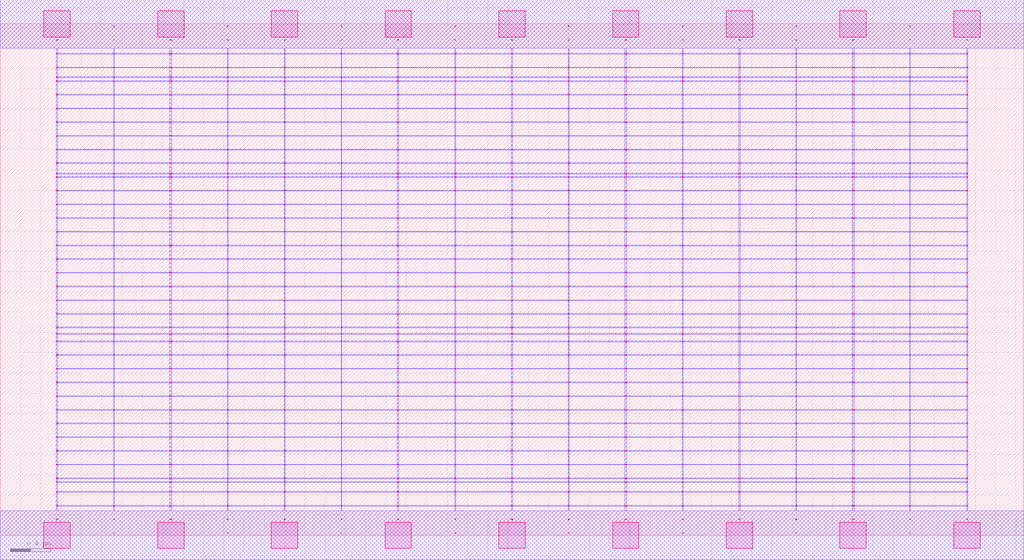
<source format=lef>
MACRO AOAOAI22111_DEBUG
 CLASS CORE ;
 FOREIGN AOAOAI22111_DEBUG 0 0 ;
 SIZE 10.08 BY 5.04 ;
 ORIGIN 0 0 ;
 SYMMETRY X Y R90 ;
 SITE unit ;

 OBS
    LAYER polycont ;
     RECT 5.03100000 2.58300000 5.04900000 2.59100000 ;
     RECT 5.03100000 2.71800000 5.04900000 2.72600000 ;
     RECT 5.03100000 2.85300000 5.04900000 2.86100000 ;
     RECT 5.03100000 2.98800000 5.04900000 2.99600000 ;
     RECT 7.27100000 2.58300000 7.28900000 2.59100000 ;
     RECT 7.83600000 2.58300000 7.84400000 2.59100000 ;
     RECT 8.39100000 2.58300000 8.40900000 2.59100000 ;
     RECT 8.95600000 2.58300000 8.96400000 2.59100000 ;
     RECT 9.51600000 2.58300000 9.52900000 2.59100000 ;
     RECT 5.59600000 2.58300000 5.60400000 2.59100000 ;
     RECT 5.59600000 2.71800000 5.60400000 2.72600000 ;
     RECT 6.15100000 2.71800000 6.16900000 2.72600000 ;
     RECT 6.71600000 2.71800000 6.72400000 2.72600000 ;
     RECT 7.27100000 2.71800000 7.28900000 2.72600000 ;
     RECT 7.83600000 2.71800000 7.84400000 2.72600000 ;
     RECT 8.39100000 2.71800000 8.40900000 2.72600000 ;
     RECT 8.95600000 2.71800000 8.96400000 2.72600000 ;
     RECT 9.51600000 2.71800000 9.52900000 2.72600000 ;
     RECT 6.15100000 2.58300000 6.16900000 2.59100000 ;
     RECT 5.59600000 2.85300000 5.60400000 2.86100000 ;
     RECT 6.15100000 2.85300000 6.16900000 2.86100000 ;
     RECT 6.71600000 2.85300000 6.72400000 2.86100000 ;
     RECT 7.27100000 2.85300000 7.28900000 2.86100000 ;
     RECT 7.83600000 2.85300000 7.84400000 2.86100000 ;
     RECT 8.39100000 2.85300000 8.40900000 2.86100000 ;
     RECT 8.95600000 2.85300000 8.96400000 2.86100000 ;
     RECT 9.51600000 2.85300000 9.52900000 2.86100000 ;
     RECT 6.71600000 2.58300000 6.72400000 2.59100000 ;
     RECT 5.59600000 2.98800000 5.60400000 2.99600000 ;
     RECT 6.15100000 2.98800000 6.16900000 2.99600000 ;
     RECT 6.71600000 2.98800000 6.72400000 2.99600000 ;
     RECT 7.27100000 2.98800000 7.28900000 2.99600000 ;
     RECT 7.83600000 2.98800000 7.84400000 2.99600000 ;
     RECT 8.39100000 2.98800000 8.40900000 2.99600000 ;
     RECT 8.95600000 2.98800000 8.96400000 2.99600000 ;
     RECT 9.51600000 2.98800000 9.52900000 2.99600000 ;
     RECT 1.67100000 2.85300000 1.68900000 2.86100000 ;
     RECT 2.23600000 2.85300000 2.24400000 2.86100000 ;
     RECT 2.79600000 2.85300000 2.80900000 2.86100000 ;
     RECT 3.35600000 2.85300000 3.36400000 2.86100000 ;
     RECT 3.91100000 2.85300000 3.92400000 2.86100000 ;
     RECT 4.47600000 2.85300000 4.48400000 2.86100000 ;
     RECT 1.11600000 2.71800000 1.12400000 2.72600000 ;
     RECT 1.67100000 2.71800000 1.68900000 2.72600000 ;
     RECT 2.23600000 2.71800000 2.24400000 2.72600000 ;
     RECT 2.79600000 2.71800000 2.80900000 2.72600000 ;
     RECT 3.35600000 2.71800000 3.36400000 2.72600000 ;
     RECT 3.91100000 2.71800000 3.92400000 2.72600000 ;
     RECT 4.47600000 2.71800000 4.48400000 2.72600000 ;
     RECT 1.11600000 2.58300000 1.12400000 2.59100000 ;
     RECT 1.67100000 2.58300000 1.68900000 2.59100000 ;
     RECT 0.55100000 2.98800000 0.56400000 2.99600000 ;
     RECT 1.11600000 2.98800000 1.12400000 2.99600000 ;
     RECT 1.67100000 2.98800000 1.68900000 2.99600000 ;
     RECT 2.23600000 2.98800000 2.24400000 2.99600000 ;
     RECT 2.79600000 2.98800000 2.80900000 2.99600000 ;
     RECT 3.35600000 2.98800000 3.36400000 2.99600000 ;
     RECT 3.91100000 2.98800000 3.92400000 2.99600000 ;
     RECT 4.47600000 2.98800000 4.48400000 2.99600000 ;
     RECT 2.23600000 2.58300000 2.24400000 2.59100000 ;
     RECT 2.79600000 2.58300000 2.80900000 2.59100000 ;
     RECT 3.35600000 2.58300000 3.36400000 2.59100000 ;
     RECT 3.91100000 2.58300000 3.92400000 2.59100000 ;
     RECT 4.47600000 2.58300000 4.48400000 2.59100000 ;
     RECT 0.55100000 2.58300000 0.56400000 2.59100000 ;
     RECT 0.55100000 2.71800000 0.56400000 2.72600000 ;
     RECT 0.55100000 2.85300000 0.56400000 2.86100000 ;
     RECT 1.11600000 2.85300000 1.12400000 2.86100000 ;
     RECT 3.35600000 3.12300000 3.36400000 3.13100000 ;
     RECT 3.35600000 3.25800000 3.36400000 3.26600000 ;
     RECT 3.35600000 3.39300000 3.36400000 3.40100000 ;
     RECT 3.35600000 3.52800000 3.36400000 3.53600000 ;
     RECT 3.35600000 3.56100000 3.36400000 3.56900000 ;
     RECT 3.35600000 3.66300000 3.36400000 3.67100000 ;
     RECT 3.35600000 3.79800000 3.36400000 3.80600000 ;
     RECT 3.35600000 3.93300000 3.36400000 3.94100000 ;
     RECT 3.35600000 4.06800000 3.36400000 4.07600000 ;
     RECT 3.35600000 4.20300000 3.36400000 4.21100000 ;
     RECT 3.35600000 4.33800000 3.36400000 4.34600000 ;
     RECT 3.35600000 4.47300000 3.36400000 4.48100000 ;
     RECT 3.35600000 4.51100000 3.36400000 4.51900000 ;
     RECT 3.35600000 4.60800000 3.36400000 4.61600000 ;
     RECT 3.35600000 4.74300000 3.36400000 4.75100000 ;
     RECT 3.35600000 4.87800000 3.36400000 4.88600000 ;
     RECT 3.35600000 0.55800000 3.36400000 0.56600000 ;
     RECT 3.35600000 0.69300000 3.36400000 0.70100000 ;
     RECT 3.35600000 0.82800000 3.36400000 0.83600000 ;
     RECT 3.35600000 0.96300000 3.36400000 0.97100000 ;
     RECT 3.35600000 1.09800000 3.36400000 1.10600000 ;
     RECT 3.35600000 1.23300000 3.36400000 1.24100000 ;
     RECT 3.35600000 1.36800000 3.36400000 1.37600000 ;
     RECT 3.35600000 1.50300000 3.36400000 1.51100000 ;
     RECT 3.35600000 1.63800000 3.36400000 1.64600000 ;
     RECT 3.35600000 1.77300000 3.36400000 1.78100000 ;
     RECT 3.35600000 1.90800000 3.36400000 1.91600000 ;
     RECT 3.35600000 1.98100000 3.36400000 1.98900000 ;
     RECT 3.35600000 2.04300000 3.36400000 2.05100000 ;
     RECT 3.35600000 2.17800000 3.36400000 2.18600000 ;
     RECT 3.35600000 2.31300000 3.36400000 2.32100000 ;
     RECT 3.35600000 2.44800000 3.36400000 2.45600000 ;
     RECT 3.35600000 0.15300000 3.36400000 0.16100000 ;
     RECT 3.35600000 0.28800000 3.36400000 0.29600000 ;
     RECT 3.35600000 0.42300000 3.36400000 0.43100000 ;
     RECT 3.35600000 0.52100000 3.36400000 0.52900000 ;

    LAYER pdiffc ;
     RECT 0.55100000 3.39300000 0.55900000 3.40100000 ;
     RECT 2.80100000 3.39300000 2.80900000 3.40100000 ;
     RECT 3.91100000 3.39300000 3.91900000 3.40100000 ;
     RECT 9.52100000 3.39300000 9.52900000 3.40100000 ;
     RECT 0.55100000 3.52800000 0.55900000 3.53600000 ;
     RECT 2.80100000 3.52800000 2.80900000 3.53600000 ;
     RECT 3.91100000 3.52800000 3.91900000 3.53600000 ;
     RECT 9.52100000 3.52800000 9.52900000 3.53600000 ;
     RECT 0.55100000 3.56100000 0.55900000 3.56900000 ;
     RECT 2.80100000 3.56100000 2.80900000 3.56900000 ;
     RECT 3.91100000 3.56100000 3.91900000 3.56900000 ;
     RECT 9.52100000 3.56100000 9.52900000 3.56900000 ;
     RECT 0.55100000 3.66300000 0.55900000 3.67100000 ;
     RECT 2.80100000 3.66300000 2.80900000 3.67100000 ;
     RECT 3.91100000 3.66300000 3.91900000 3.67100000 ;
     RECT 9.52100000 3.66300000 9.52900000 3.67100000 ;
     RECT 0.55100000 3.79800000 0.55900000 3.80600000 ;
     RECT 2.80100000 3.79800000 2.80900000 3.80600000 ;
     RECT 3.91100000 3.79800000 3.91900000 3.80600000 ;
     RECT 9.52100000 3.79800000 9.52900000 3.80600000 ;
     RECT 0.55100000 3.93300000 0.55900000 3.94100000 ;
     RECT 2.80100000 3.93300000 2.80900000 3.94100000 ;
     RECT 3.91100000 3.93300000 3.91900000 3.94100000 ;
     RECT 9.52100000 3.93300000 9.52900000 3.94100000 ;
     RECT 0.55100000 4.06800000 0.55900000 4.07600000 ;
     RECT 2.80100000 4.06800000 2.80900000 4.07600000 ;
     RECT 3.91100000 4.06800000 3.91900000 4.07600000 ;
     RECT 9.52100000 4.06800000 9.52900000 4.07600000 ;
     RECT 0.55100000 4.20300000 0.55900000 4.21100000 ;
     RECT 2.80100000 4.20300000 2.80900000 4.21100000 ;
     RECT 3.91100000 4.20300000 3.91900000 4.21100000 ;
     RECT 9.52100000 4.20300000 9.52900000 4.21100000 ;
     RECT 0.55100000 4.33800000 0.55900000 4.34600000 ;
     RECT 2.80100000 4.33800000 2.80900000 4.34600000 ;
     RECT 3.91100000 4.33800000 3.91900000 4.34600000 ;
     RECT 9.52100000 4.33800000 9.52900000 4.34600000 ;
     RECT 0.55100000 4.47300000 0.55900000 4.48100000 ;
     RECT 2.80100000 4.47300000 2.80900000 4.48100000 ;
     RECT 3.91100000 4.47300000 3.91900000 4.48100000 ;
     RECT 9.52100000 4.47300000 9.52900000 4.48100000 ;
     RECT 0.55100000 4.51100000 0.55900000 4.51900000 ;
     RECT 2.80100000 4.51100000 2.80900000 4.51900000 ;
     RECT 3.91100000 4.51100000 3.91900000 4.51900000 ;
     RECT 9.52100000 4.51100000 9.52900000 4.51900000 ;
     RECT 0.55100000 4.60800000 0.55900000 4.61600000 ;
     RECT 2.80100000 4.60800000 2.80900000 4.61600000 ;
     RECT 3.91100000 4.60800000 3.91900000 4.61600000 ;
     RECT 9.52100000 4.60800000 9.52900000 4.61600000 ;

    LAYER ndiffc ;
     RECT 5.03100000 0.42300000 5.04900000 0.43100000 ;
     RECT 5.03100000 0.52100000 5.04900000 0.52900000 ;
     RECT 5.03100000 0.55800000 5.04900000 0.56600000 ;
     RECT 5.03100000 0.69300000 5.04900000 0.70100000 ;
     RECT 5.03100000 0.82800000 5.04900000 0.83600000 ;
     RECT 5.03100000 0.96300000 5.04900000 0.97100000 ;
     RECT 5.03100000 1.09800000 5.04900000 1.10600000 ;
     RECT 5.03100000 1.23300000 5.04900000 1.24100000 ;
     RECT 5.03100000 1.36800000 5.04900000 1.37600000 ;
     RECT 5.03100000 1.50300000 5.04900000 1.51100000 ;
     RECT 5.03100000 1.63800000 5.04900000 1.64600000 ;
     RECT 5.03100000 1.77300000 5.04900000 1.78100000 ;
     RECT 5.03100000 1.90800000 5.04900000 1.91600000 ;
     RECT 5.03100000 1.98100000 5.04900000 1.98900000 ;
     RECT 5.03100000 2.04300000 5.04900000 2.05100000 ;
     RECT 8.39100000 0.42300000 8.40900000 0.43100000 ;
     RECT 6.15100000 0.69300000 6.16900000 0.70100000 ;
     RECT 7.27100000 0.69300000 7.28900000 0.70100000 ;
     RECT 8.39100000 0.69300000 8.40900000 0.70100000 ;
     RECT 9.51600000 0.69300000 9.52900000 0.70100000 ;
     RECT 9.51600000 0.42300000 9.52900000 0.43100000 ;
     RECT 6.15100000 0.82800000 6.16900000 0.83600000 ;
     RECT 7.27100000 0.82800000 7.28900000 0.83600000 ;
     RECT 8.39100000 0.82800000 8.40900000 0.83600000 ;
     RECT 9.51600000 0.82800000 9.52900000 0.83600000 ;
     RECT 6.15100000 0.42300000 6.16900000 0.43100000 ;
     RECT 6.15100000 0.96300000 6.16900000 0.97100000 ;
     RECT 7.27100000 0.96300000 7.28900000 0.97100000 ;
     RECT 8.39100000 0.96300000 8.40900000 0.97100000 ;
     RECT 9.51600000 0.96300000 9.52900000 0.97100000 ;
     RECT 6.15100000 0.52100000 6.16900000 0.52900000 ;
     RECT 6.15100000 1.09800000 6.16900000 1.10600000 ;
     RECT 7.27100000 1.09800000 7.28900000 1.10600000 ;
     RECT 8.39100000 1.09800000 8.40900000 1.10600000 ;
     RECT 9.51600000 1.09800000 9.52900000 1.10600000 ;
     RECT 7.27100000 0.52100000 7.28900000 0.52900000 ;
     RECT 6.15100000 1.23300000 6.16900000 1.24100000 ;
     RECT 7.27100000 1.23300000 7.28900000 1.24100000 ;
     RECT 8.39100000 1.23300000 8.40900000 1.24100000 ;
     RECT 9.51600000 1.23300000 9.52900000 1.24100000 ;
     RECT 8.39100000 0.52100000 8.40900000 0.52900000 ;
     RECT 6.15100000 1.36800000 6.16900000 1.37600000 ;
     RECT 7.27100000 1.36800000 7.28900000 1.37600000 ;
     RECT 8.39100000 1.36800000 8.40900000 1.37600000 ;
     RECT 9.51600000 1.36800000 9.52900000 1.37600000 ;
     RECT 9.51600000 0.52100000 9.52900000 0.52900000 ;
     RECT 6.15100000 1.50300000 6.16900000 1.51100000 ;
     RECT 7.27100000 1.50300000 7.28900000 1.51100000 ;
     RECT 8.39100000 1.50300000 8.40900000 1.51100000 ;
     RECT 9.51600000 1.50300000 9.52900000 1.51100000 ;
     RECT 7.27100000 0.42300000 7.28900000 0.43100000 ;
     RECT 6.15100000 1.63800000 6.16900000 1.64600000 ;
     RECT 7.27100000 1.63800000 7.28900000 1.64600000 ;
     RECT 8.39100000 1.63800000 8.40900000 1.64600000 ;
     RECT 9.51600000 1.63800000 9.52900000 1.64600000 ;
     RECT 6.15100000 0.55800000 6.16900000 0.56600000 ;
     RECT 6.15100000 1.77300000 6.16900000 1.78100000 ;
     RECT 7.27100000 1.77300000 7.28900000 1.78100000 ;
     RECT 8.39100000 1.77300000 8.40900000 1.78100000 ;
     RECT 9.51600000 1.77300000 9.52900000 1.78100000 ;
     RECT 7.27100000 0.55800000 7.28900000 0.56600000 ;
     RECT 6.15100000 1.90800000 6.16900000 1.91600000 ;
     RECT 7.27100000 1.90800000 7.28900000 1.91600000 ;
     RECT 8.39100000 1.90800000 8.40900000 1.91600000 ;
     RECT 9.51600000 1.90800000 9.52900000 1.91600000 ;
     RECT 8.39100000 0.55800000 8.40900000 0.56600000 ;
     RECT 6.15100000 1.98100000 6.16900000 1.98900000 ;
     RECT 7.27100000 1.98100000 7.28900000 1.98900000 ;
     RECT 8.39100000 1.98100000 8.40900000 1.98900000 ;
     RECT 9.51600000 1.98100000 9.52900000 1.98900000 ;
     RECT 9.51600000 0.55800000 9.52900000 0.56600000 ;
     RECT 6.15100000 2.04300000 6.16900000 2.05100000 ;
     RECT 7.27100000 2.04300000 7.28900000 2.05100000 ;
     RECT 8.39100000 2.04300000 8.40900000 2.05100000 ;
     RECT 9.51600000 2.04300000 9.52900000 2.05100000 ;
     RECT 3.91100000 1.36800000 3.92400000 1.37600000 ;
     RECT 2.79600000 0.55800000 2.80900000 0.56600000 ;
     RECT 3.91100000 0.55800000 3.92400000 0.56600000 ;
     RECT 1.67100000 0.52100000 1.68900000 0.52900000 ;
     RECT 2.79600000 0.52100000 2.80900000 0.52900000 ;
     RECT 3.91100000 0.52100000 3.92400000 0.52900000 ;
     RECT 0.55100000 1.50300000 0.56400000 1.51100000 ;
     RECT 1.67100000 1.50300000 1.68900000 1.51100000 ;
     RECT 2.79600000 1.50300000 2.80900000 1.51100000 ;
     RECT 3.91100000 1.50300000 3.92400000 1.51100000 ;
     RECT 0.55100000 0.96300000 0.56400000 0.97100000 ;
     RECT 1.67100000 0.96300000 1.68900000 0.97100000 ;
     RECT 2.79600000 0.96300000 2.80900000 0.97100000 ;
     RECT 3.91100000 0.96300000 3.92400000 0.97100000 ;
     RECT 1.67100000 0.42300000 1.68900000 0.43100000 ;
     RECT 0.55100000 1.63800000 0.56400000 1.64600000 ;
     RECT 1.67100000 1.63800000 1.68900000 1.64600000 ;
     RECT 2.79600000 1.63800000 2.80900000 1.64600000 ;
     RECT 3.91100000 1.63800000 3.92400000 1.64600000 ;
     RECT 2.79600000 0.42300000 2.80900000 0.43100000 ;
     RECT 0.55100000 0.69300000 0.56400000 0.70100000 ;
     RECT 1.67100000 0.69300000 1.68900000 0.70100000 ;
     RECT 2.79600000 0.69300000 2.80900000 0.70100000 ;
     RECT 0.55100000 1.09800000 0.56400000 1.10600000 ;
     RECT 0.55100000 1.77300000 0.56400000 1.78100000 ;
     RECT 1.67100000 1.77300000 1.68900000 1.78100000 ;
     RECT 2.79600000 1.77300000 2.80900000 1.78100000 ;
     RECT 3.91100000 1.77300000 3.92400000 1.78100000 ;
     RECT 1.67100000 1.09800000 1.68900000 1.10600000 ;
     RECT 2.79600000 1.09800000 2.80900000 1.10600000 ;
     RECT 3.91100000 1.09800000 3.92400000 1.10600000 ;
     RECT 3.91100000 0.69300000 3.92400000 0.70100000 ;
     RECT 3.91100000 0.42300000 3.92400000 0.43100000 ;
     RECT 0.55100000 1.90800000 0.56400000 1.91600000 ;
     RECT 1.67100000 1.90800000 1.68900000 1.91600000 ;
     RECT 2.79600000 1.90800000 2.80900000 1.91600000 ;
     RECT 3.91100000 1.90800000 3.92400000 1.91600000 ;
     RECT 0.55100000 0.42300000 0.56400000 0.43100000 ;
     RECT 0.55100000 0.52100000 0.56400000 0.52900000 ;
     RECT 0.55100000 0.55800000 0.56400000 0.56600000 ;
     RECT 0.55100000 1.23300000 0.56400000 1.24100000 ;
     RECT 1.67100000 1.23300000 1.68900000 1.24100000 ;
     RECT 0.55100000 1.98100000 0.56400000 1.98900000 ;
     RECT 1.67100000 1.98100000 1.68900000 1.98900000 ;
     RECT 2.79600000 1.98100000 2.80900000 1.98900000 ;
     RECT 3.91100000 1.98100000 3.92400000 1.98900000 ;
     RECT 2.79600000 1.23300000 2.80900000 1.24100000 ;
     RECT 3.91100000 1.23300000 3.92400000 1.24100000 ;
     RECT 1.67100000 0.55800000 1.68900000 0.56600000 ;
     RECT 0.55100000 0.82800000 0.56400000 0.83600000 ;
     RECT 1.67100000 0.82800000 1.68900000 0.83600000 ;
     RECT 0.55100000 2.04300000 0.56400000 2.05100000 ;
     RECT 1.67100000 2.04300000 1.68900000 2.05100000 ;
     RECT 2.79600000 2.04300000 2.80900000 2.05100000 ;
     RECT 3.91100000 2.04300000 3.92400000 2.05100000 ;
     RECT 2.79600000 0.82800000 2.80900000 0.83600000 ;
     RECT 3.91100000 0.82800000 3.92400000 0.83600000 ;
     RECT 0.55100000 1.36800000 0.56400000 1.37600000 ;
     RECT 1.67100000 1.36800000 1.68900000 1.37600000 ;
     RECT 2.79600000 1.36800000 2.80900000 1.37600000 ;

    LAYER met1 ;
     RECT 0.00000000 -0.24000000 10.08000000 0.24000000 ;
     RECT 5.03100000 0.24000000 5.04900000 0.28800000 ;
     RECT 0.55100000 0.28800000 9.52900000 0.29600000 ;
     RECT 5.03100000 0.29600000 5.04900000 0.42300000 ;
     RECT 0.55100000 0.42300000 9.52900000 0.43100000 ;
     RECT 5.03100000 0.43100000 5.04900000 0.52100000 ;
     RECT 0.55100000 0.52100000 9.52900000 0.52900000 ;
     RECT 5.03100000 0.52900000 5.04900000 0.55800000 ;
     RECT 0.55100000 0.55800000 9.52900000 0.56600000 ;
     RECT 5.03100000 0.56600000 5.04900000 0.69300000 ;
     RECT 0.55100000 0.69300000 9.52900000 0.70100000 ;
     RECT 5.03100000 0.70100000 5.04900000 0.82800000 ;
     RECT 0.55100000 0.82800000 9.52900000 0.83600000 ;
     RECT 5.03100000 0.83600000 5.04900000 0.96300000 ;
     RECT 0.55100000 0.96300000 9.52900000 0.97100000 ;
     RECT 5.03100000 0.97100000 5.04900000 1.09800000 ;
     RECT 0.55100000 1.09800000 9.52900000 1.10600000 ;
     RECT 5.03100000 1.10600000 5.04900000 1.23300000 ;
     RECT 0.55100000 1.23300000 9.52900000 1.24100000 ;
     RECT 5.03100000 1.24100000 5.04900000 1.36800000 ;
     RECT 0.55100000 1.36800000 9.52900000 1.37600000 ;
     RECT 5.03100000 1.37600000 5.04900000 1.50300000 ;
     RECT 0.55100000 1.50300000 9.52900000 1.51100000 ;
     RECT 5.03100000 1.51100000 5.04900000 1.63800000 ;
     RECT 0.55100000 1.63800000 9.52900000 1.64600000 ;
     RECT 5.03100000 1.64600000 5.04900000 1.77300000 ;
     RECT 0.55100000 1.77300000 9.52900000 1.78100000 ;
     RECT 5.03100000 1.78100000 5.04900000 1.90800000 ;
     RECT 0.55100000 1.90800000 9.52900000 1.91600000 ;
     RECT 5.03100000 1.91600000 5.04900000 1.98100000 ;
     RECT 0.55100000 1.98100000 9.52900000 1.98900000 ;
     RECT 5.03100000 1.98900000 5.04900000 2.04300000 ;
     RECT 0.55100000 2.04300000 9.52900000 2.05100000 ;
     RECT 5.03100000 2.05100000 5.04900000 2.17800000 ;
     RECT 0.55100000 2.17800000 9.52900000 2.18600000 ;
     RECT 5.03100000 2.18600000 5.04900000 2.31300000 ;
     RECT 0.55100000 2.31300000 9.52900000 2.32100000 ;
     RECT 5.03100000 2.32100000 5.04900000 2.44800000 ;
     RECT 0.55100000 2.44800000 9.52900000 2.45600000 ;
     RECT 0.55100000 2.45600000 0.56400000 2.58300000 ;
     RECT 1.11600000 2.45600000 1.12400000 2.58300000 ;
     RECT 1.67100000 2.45600000 1.68900000 2.58300000 ;
     RECT 2.23600000 2.45600000 2.24400000 2.58300000 ;
     RECT 2.79600000 2.45600000 2.80900000 2.58300000 ;
     RECT 3.35600000 2.45600000 3.36400000 2.58300000 ;
     RECT 3.91100000 2.45600000 3.92400000 2.58300000 ;
     RECT 4.47600000 2.45600000 4.48400000 2.58300000 ;
     RECT 5.03100000 2.45600000 5.04900000 2.58300000 ;
     RECT 5.59600000 2.45600000 5.60400000 2.58300000 ;
     RECT 6.15100000 2.45600000 6.16900000 2.58300000 ;
     RECT 6.71600000 2.45600000 6.72400000 2.58300000 ;
     RECT 7.27100000 2.45600000 7.28900000 2.58300000 ;
     RECT 7.83600000 2.45600000 7.84400000 2.58300000 ;
     RECT 8.39100000 2.45600000 8.40900000 2.58300000 ;
     RECT 8.95600000 2.45600000 8.96400000 2.58300000 ;
     RECT 9.51600000 2.45600000 9.52900000 2.58300000 ;
     RECT 0.55100000 2.58300000 9.52900000 2.59100000 ;
     RECT 5.03100000 2.59100000 5.04900000 2.71800000 ;
     RECT 0.55100000 2.71800000 9.52900000 2.72600000 ;
     RECT 5.03100000 2.72600000 5.04900000 2.85300000 ;
     RECT 0.55100000 2.85300000 9.52900000 2.86100000 ;
     RECT 5.03100000 2.86100000 5.04900000 2.98800000 ;
     RECT 0.55100000 2.98800000 9.52900000 2.99600000 ;
     RECT 5.03100000 2.99600000 5.04900000 3.12300000 ;
     RECT 0.55100000 3.12300000 9.52900000 3.13100000 ;
     RECT 5.03100000 3.13100000 5.04900000 3.25800000 ;
     RECT 0.55100000 3.25800000 9.52900000 3.26600000 ;
     RECT 5.03100000 3.26600000 5.04900000 3.39300000 ;
     RECT 0.55100000 3.39300000 9.52900000 3.40100000 ;
     RECT 5.03100000 3.40100000 5.04900000 3.52800000 ;
     RECT 0.55100000 3.52800000 9.52900000 3.53600000 ;
     RECT 5.03100000 3.53600000 5.04900000 3.56100000 ;
     RECT 0.55100000 3.56100000 9.52900000 3.56900000 ;
     RECT 5.03100000 3.56900000 5.04900000 3.66300000 ;
     RECT 0.55100000 3.66300000 9.52900000 3.67100000 ;
     RECT 5.03100000 3.67100000 5.04900000 3.79800000 ;
     RECT 0.55100000 3.79800000 9.52900000 3.80600000 ;
     RECT 5.03100000 3.80600000 5.04900000 3.93300000 ;
     RECT 0.55100000 3.93300000 9.52900000 3.94100000 ;
     RECT 5.03100000 3.94100000 5.04900000 4.06800000 ;
     RECT 0.55100000 4.06800000 9.52900000 4.07600000 ;
     RECT 5.03100000 4.07600000 5.04900000 4.20300000 ;
     RECT 0.55100000 4.20300000 9.52900000 4.21100000 ;
     RECT 5.03100000 4.21100000 5.04900000 4.33800000 ;
     RECT 0.55100000 4.33800000 9.52900000 4.34600000 ;
     RECT 5.03100000 4.34600000 5.04900000 4.47300000 ;
     RECT 0.55100000 4.47300000 9.52900000 4.48100000 ;
     RECT 5.03100000 4.48100000 5.04900000 4.51100000 ;
     RECT 0.55100000 4.51100000 9.52900000 4.51900000 ;
     RECT 5.03100000 4.51900000 5.04900000 4.60800000 ;
     RECT 0.55100000 4.60800000 9.52900000 4.61600000 ;
     RECT 5.03100000 4.61600000 5.04900000 4.74300000 ;
     RECT 0.55100000 4.74300000 9.52900000 4.75100000 ;
     RECT 5.03100000 4.75100000 5.04900000 4.80000000 ;
     RECT 0.00000000 4.80000000 10.08000000 5.28000000 ;
     RECT 5.59600000 3.80600000 5.60400000 3.93300000 ;
     RECT 6.15100000 3.80600000 6.16900000 3.93300000 ;
     RECT 6.71600000 3.80600000 6.72400000 3.93300000 ;
     RECT 7.27100000 3.80600000 7.28900000 3.93300000 ;
     RECT 7.83600000 3.80600000 7.84400000 3.93300000 ;
     RECT 8.39100000 3.80600000 8.40900000 3.93300000 ;
     RECT 8.95600000 3.80600000 8.96400000 3.93300000 ;
     RECT 9.51600000 3.80600000 9.52900000 3.93300000 ;
     RECT 7.83600000 3.94100000 7.84400000 4.06800000 ;
     RECT 8.39100000 3.94100000 8.40900000 4.06800000 ;
     RECT 8.95600000 3.94100000 8.96400000 4.06800000 ;
     RECT 9.51600000 3.94100000 9.52900000 4.06800000 ;
     RECT 7.83600000 4.07600000 7.84400000 4.20300000 ;
     RECT 8.39100000 4.07600000 8.40900000 4.20300000 ;
     RECT 8.95600000 4.07600000 8.96400000 4.20300000 ;
     RECT 9.51600000 4.07600000 9.52900000 4.20300000 ;
     RECT 7.83600000 4.21100000 7.84400000 4.33800000 ;
     RECT 8.39100000 4.21100000 8.40900000 4.33800000 ;
     RECT 8.95600000 4.21100000 8.96400000 4.33800000 ;
     RECT 9.51600000 4.21100000 9.52900000 4.33800000 ;
     RECT 7.83600000 4.34600000 7.84400000 4.47300000 ;
     RECT 8.39100000 4.34600000 8.40900000 4.47300000 ;
     RECT 8.95600000 4.34600000 8.96400000 4.47300000 ;
     RECT 9.51600000 4.34600000 9.52900000 4.47300000 ;
     RECT 7.83600000 4.48100000 7.84400000 4.51100000 ;
     RECT 8.39100000 4.48100000 8.40900000 4.51100000 ;
     RECT 8.95600000 4.48100000 8.96400000 4.51100000 ;
     RECT 9.51600000 4.48100000 9.52900000 4.51100000 ;
     RECT 7.83600000 4.51900000 7.84400000 4.60800000 ;
     RECT 8.39100000 4.51900000 8.40900000 4.60800000 ;
     RECT 8.95600000 4.51900000 8.96400000 4.60800000 ;
     RECT 9.51600000 4.51900000 9.52900000 4.60800000 ;
     RECT 7.83600000 4.61600000 7.84400000 4.74300000 ;
     RECT 8.39100000 4.61600000 8.40900000 4.74300000 ;
     RECT 8.95600000 4.61600000 8.96400000 4.74300000 ;
     RECT 9.51600000 4.61600000 9.52900000 4.74300000 ;
     RECT 7.83600000 4.75100000 7.84400000 4.80000000 ;
     RECT 8.39100000 4.75100000 8.40900000 4.80000000 ;
     RECT 8.95600000 4.75100000 8.96400000 4.80000000 ;
     RECT 9.51600000 4.75100000 9.52900000 4.80000000 ;
     RECT 5.59600000 4.48100000 5.60400000 4.51100000 ;
     RECT 6.15100000 4.48100000 6.16900000 4.51100000 ;
     RECT 6.71600000 4.48100000 6.72400000 4.51100000 ;
     RECT 7.27100000 4.48100000 7.28900000 4.51100000 ;
     RECT 5.59600000 4.21100000 5.60400000 4.33800000 ;
     RECT 6.15100000 4.21100000 6.16900000 4.33800000 ;
     RECT 6.71600000 4.21100000 6.72400000 4.33800000 ;
     RECT 7.27100000 4.21100000 7.28900000 4.33800000 ;
     RECT 5.59600000 4.51900000 5.60400000 4.60800000 ;
     RECT 6.15100000 4.51900000 6.16900000 4.60800000 ;
     RECT 6.71600000 4.51900000 6.72400000 4.60800000 ;
     RECT 7.27100000 4.51900000 7.28900000 4.60800000 ;
     RECT 5.59600000 4.07600000 5.60400000 4.20300000 ;
     RECT 6.15100000 4.07600000 6.16900000 4.20300000 ;
     RECT 6.71600000 4.07600000 6.72400000 4.20300000 ;
     RECT 7.27100000 4.07600000 7.28900000 4.20300000 ;
     RECT 5.59600000 4.61600000 5.60400000 4.74300000 ;
     RECT 6.15100000 4.61600000 6.16900000 4.74300000 ;
     RECT 6.71600000 4.61600000 6.72400000 4.74300000 ;
     RECT 7.27100000 4.61600000 7.28900000 4.74300000 ;
     RECT 5.59600000 4.34600000 5.60400000 4.47300000 ;
     RECT 6.15100000 4.34600000 6.16900000 4.47300000 ;
     RECT 6.71600000 4.34600000 6.72400000 4.47300000 ;
     RECT 7.27100000 4.34600000 7.28900000 4.47300000 ;
     RECT 5.59600000 4.75100000 5.60400000 4.80000000 ;
     RECT 6.15100000 4.75100000 6.16900000 4.80000000 ;
     RECT 6.71600000 4.75100000 6.72400000 4.80000000 ;
     RECT 7.27100000 4.75100000 7.28900000 4.80000000 ;
     RECT 5.59600000 3.94100000 5.60400000 4.06800000 ;
     RECT 6.15100000 3.94100000 6.16900000 4.06800000 ;
     RECT 6.71600000 3.94100000 6.72400000 4.06800000 ;
     RECT 7.27100000 3.94100000 7.28900000 4.06800000 ;
     RECT 5.59600000 2.59100000 5.60400000 2.71800000 ;
     RECT 6.15100000 2.59100000 6.16900000 2.71800000 ;
     RECT 5.59600000 3.26600000 5.60400000 3.39300000 ;
     RECT 6.15100000 3.26600000 6.16900000 3.39300000 ;
     RECT 5.59600000 2.86100000 5.60400000 2.98800000 ;
     RECT 6.15100000 2.86100000 6.16900000 2.98800000 ;
     RECT 6.71600000 3.26600000 6.72400000 3.39300000 ;
     RECT 7.27100000 3.26600000 7.28900000 3.39300000 ;
     RECT 5.59600000 2.72600000 5.60400000 2.85300000 ;
     RECT 6.15100000 2.72600000 6.16900000 2.85300000 ;
     RECT 5.59600000 3.40100000 5.60400000 3.52800000 ;
     RECT 6.15100000 3.40100000 6.16900000 3.52800000 ;
     RECT 5.59600000 2.99600000 5.60400000 3.12300000 ;
     RECT 6.15100000 2.99600000 6.16900000 3.12300000 ;
     RECT 6.71600000 3.40100000 6.72400000 3.52800000 ;
     RECT 7.27100000 3.40100000 7.28900000 3.52800000 ;
     RECT 6.71600000 2.86100000 6.72400000 2.98800000 ;
     RECT 7.27100000 2.86100000 7.28900000 2.98800000 ;
     RECT 6.71600000 2.72600000 6.72400000 2.85300000 ;
     RECT 7.27100000 2.72600000 7.28900000 2.85300000 ;
     RECT 5.59600000 3.53600000 5.60400000 3.56100000 ;
     RECT 6.15100000 3.53600000 6.16900000 3.56100000 ;
     RECT 6.71600000 2.99600000 6.72400000 3.12300000 ;
     RECT 7.27100000 2.99600000 7.28900000 3.12300000 ;
     RECT 6.71600000 3.53600000 6.72400000 3.56100000 ;
     RECT 7.27100000 3.53600000 7.28900000 3.56100000 ;
     RECT 5.59600000 3.56900000 5.60400000 3.66300000 ;
     RECT 6.15100000 3.56900000 6.16900000 3.66300000 ;
     RECT 6.71600000 3.56900000 6.72400000 3.66300000 ;
     RECT 7.27100000 3.56900000 7.28900000 3.66300000 ;
     RECT 5.59600000 3.67100000 5.60400000 3.79800000 ;
     RECT 6.15100000 3.67100000 6.16900000 3.79800000 ;
     RECT 6.71600000 3.67100000 6.72400000 3.79800000 ;
     RECT 7.27100000 3.67100000 7.28900000 3.79800000 ;
     RECT 6.71600000 2.59100000 6.72400000 2.71800000 ;
     RECT 7.27100000 2.59100000 7.28900000 2.71800000 ;
     RECT 5.59600000 3.13100000 5.60400000 3.25800000 ;
     RECT 6.15100000 3.13100000 6.16900000 3.25800000 ;
     RECT 6.71600000 3.13100000 6.72400000 3.25800000 ;
     RECT 7.27100000 3.13100000 7.28900000 3.25800000 ;
     RECT 8.39100000 2.59100000 8.40900000 2.71800000 ;
     RECT 9.51600000 2.99600000 9.52900000 3.12300000 ;
     RECT 7.83600000 3.13100000 7.84400000 3.25800000 ;
     RECT 7.83600000 3.56900000 7.84400000 3.66300000 ;
     RECT 8.39100000 3.56900000 8.40900000 3.66300000 ;
     RECT 8.95600000 3.56900000 8.96400000 3.66300000 ;
     RECT 9.51600000 3.56900000 9.52900000 3.66300000 ;
     RECT 8.95600000 2.72600000 8.96400000 2.85300000 ;
     RECT 9.51600000 2.72600000 9.52900000 2.85300000 ;
     RECT 8.39100000 3.13100000 8.40900000 3.25800000 ;
     RECT 7.83600000 3.40100000 7.84400000 3.52800000 ;
     RECT 8.39100000 3.40100000 8.40900000 3.52800000 ;
     RECT 8.95600000 3.40100000 8.96400000 3.52800000 ;
     RECT 7.83600000 3.67100000 7.84400000 3.79800000 ;
     RECT 8.39100000 3.67100000 8.40900000 3.79800000 ;
     RECT 8.95600000 3.67100000 8.96400000 3.79800000 ;
     RECT 7.83600000 2.86100000 7.84400000 2.98800000 ;
     RECT 8.39100000 2.86100000 8.40900000 2.98800000 ;
     RECT 9.51600000 3.67100000 9.52900000 3.79800000 ;
     RECT 9.51600000 3.40100000 9.52900000 3.52800000 ;
     RECT 8.95600000 3.13100000 8.96400000 3.25800000 ;
     RECT 7.83600000 3.26600000 7.84400000 3.39300000 ;
     RECT 8.39100000 3.26600000 8.40900000 3.39300000 ;
     RECT 8.95600000 3.26600000 8.96400000 3.39300000 ;
     RECT 9.51600000 3.26600000 9.52900000 3.39300000 ;
     RECT 9.51600000 3.13100000 9.52900000 3.25800000 ;
     RECT 8.95600000 2.86100000 8.96400000 2.98800000 ;
     RECT 9.51600000 2.86100000 9.52900000 2.98800000 ;
     RECT 7.83600000 3.53600000 7.84400000 3.56100000 ;
     RECT 7.83600000 2.99600000 7.84400000 3.12300000 ;
     RECT 8.39100000 2.99600000 8.40900000 3.12300000 ;
     RECT 8.39100000 3.53600000 8.40900000 3.56100000 ;
     RECT 8.95600000 3.53600000 8.96400000 3.56100000 ;
     RECT 9.51600000 3.53600000 9.52900000 3.56100000 ;
     RECT 7.83600000 2.72600000 7.84400000 2.85300000 ;
     RECT 8.39100000 2.72600000 8.40900000 2.85300000 ;
     RECT 8.95600000 2.59100000 8.96400000 2.71800000 ;
     RECT 9.51600000 2.59100000 9.52900000 2.71800000 ;
     RECT 7.83600000 2.59100000 7.84400000 2.71800000 ;
     RECT 8.95600000 2.99600000 8.96400000 3.12300000 ;
     RECT 0.55100000 3.80600000 0.56400000 3.93300000 ;
     RECT 1.11600000 3.80600000 1.12400000 3.93300000 ;
     RECT 1.67100000 3.80600000 1.68900000 3.93300000 ;
     RECT 2.23600000 3.80600000 2.24400000 3.93300000 ;
     RECT 2.79600000 3.80600000 2.80900000 3.93300000 ;
     RECT 3.35600000 3.80600000 3.36400000 3.93300000 ;
     RECT 3.91100000 3.80600000 3.92400000 3.93300000 ;
     RECT 4.47600000 3.80600000 4.48400000 3.93300000 ;
     RECT 2.79600000 4.21100000 2.80900000 4.33800000 ;
     RECT 3.35600000 4.21100000 3.36400000 4.33800000 ;
     RECT 3.91100000 4.21100000 3.92400000 4.33800000 ;
     RECT 4.47600000 4.21100000 4.48400000 4.33800000 ;
     RECT 2.79600000 4.34600000 2.80900000 4.47300000 ;
     RECT 3.35600000 4.34600000 3.36400000 4.47300000 ;
     RECT 3.91100000 4.34600000 3.92400000 4.47300000 ;
     RECT 4.47600000 4.34600000 4.48400000 4.47300000 ;
     RECT 2.79600000 4.48100000 2.80900000 4.51100000 ;
     RECT 3.35600000 4.48100000 3.36400000 4.51100000 ;
     RECT 3.91100000 4.48100000 3.92400000 4.51100000 ;
     RECT 4.47600000 4.48100000 4.48400000 4.51100000 ;
     RECT 2.79600000 4.51900000 2.80900000 4.60800000 ;
     RECT 3.35600000 4.51900000 3.36400000 4.60800000 ;
     RECT 3.91100000 4.51900000 3.92400000 4.60800000 ;
     RECT 4.47600000 4.51900000 4.48400000 4.60800000 ;
     RECT 2.79600000 4.61600000 2.80900000 4.74300000 ;
     RECT 3.35600000 4.61600000 3.36400000 4.74300000 ;
     RECT 3.91100000 4.61600000 3.92400000 4.74300000 ;
     RECT 4.47600000 4.61600000 4.48400000 4.74300000 ;
     RECT 2.79600000 4.75100000 2.80900000 4.80000000 ;
     RECT 3.35600000 4.75100000 3.36400000 4.80000000 ;
     RECT 3.91100000 4.75100000 3.92400000 4.80000000 ;
     RECT 4.47600000 4.75100000 4.48400000 4.80000000 ;
     RECT 2.79600000 3.94100000 2.80900000 4.06800000 ;
     RECT 3.35600000 3.94100000 3.36400000 4.06800000 ;
     RECT 3.91100000 3.94100000 3.92400000 4.06800000 ;
     RECT 4.47600000 3.94100000 4.48400000 4.06800000 ;
     RECT 2.79600000 4.07600000 2.80900000 4.20300000 ;
     RECT 3.35600000 4.07600000 3.36400000 4.20300000 ;
     RECT 3.91100000 4.07600000 3.92400000 4.20300000 ;
     RECT 4.47600000 4.07600000 4.48400000 4.20300000 ;
     RECT 0.55100000 4.51900000 0.56400000 4.60800000 ;
     RECT 1.11600000 4.51900000 1.12400000 4.60800000 ;
     RECT 1.67100000 4.51900000 1.68900000 4.60800000 ;
     RECT 2.23600000 4.51900000 2.24400000 4.60800000 ;
     RECT 0.55100000 4.07600000 0.56400000 4.20300000 ;
     RECT 1.11600000 4.07600000 1.12400000 4.20300000 ;
     RECT 1.67100000 4.07600000 1.68900000 4.20300000 ;
     RECT 2.23600000 4.07600000 2.24400000 4.20300000 ;
     RECT 0.55100000 4.61600000 0.56400000 4.74300000 ;
     RECT 1.11600000 4.61600000 1.12400000 4.74300000 ;
     RECT 1.67100000 4.61600000 1.68900000 4.74300000 ;
     RECT 2.23600000 4.61600000 2.24400000 4.74300000 ;
     RECT 0.55100000 4.34600000 0.56400000 4.47300000 ;
     RECT 1.11600000 4.34600000 1.12400000 4.47300000 ;
     RECT 1.67100000 4.34600000 1.68900000 4.47300000 ;
     RECT 2.23600000 4.34600000 2.24400000 4.47300000 ;
     RECT 0.55100000 4.75100000 0.56400000 4.80000000 ;
     RECT 1.11600000 4.75100000 1.12400000 4.80000000 ;
     RECT 1.67100000 4.75100000 1.68900000 4.80000000 ;
     RECT 2.23600000 4.75100000 2.24400000 4.80000000 ;
     RECT 0.55100000 3.94100000 0.56400000 4.06800000 ;
     RECT 1.11600000 3.94100000 1.12400000 4.06800000 ;
     RECT 1.67100000 3.94100000 1.68900000 4.06800000 ;
     RECT 2.23600000 3.94100000 2.24400000 4.06800000 ;
     RECT 0.55100000 4.48100000 0.56400000 4.51100000 ;
     RECT 1.11600000 4.48100000 1.12400000 4.51100000 ;
     RECT 1.67100000 4.48100000 1.68900000 4.51100000 ;
     RECT 2.23600000 4.48100000 2.24400000 4.51100000 ;
     RECT 0.55100000 4.21100000 0.56400000 4.33800000 ;
     RECT 1.11600000 4.21100000 1.12400000 4.33800000 ;
     RECT 1.67100000 4.21100000 1.68900000 4.33800000 ;
     RECT 2.23600000 4.21100000 2.24400000 4.33800000 ;
     RECT 1.67100000 2.86100000 1.68900000 2.98800000 ;
     RECT 2.23600000 2.86100000 2.24400000 2.98800000 ;
     RECT 0.55100000 3.13100000 0.56400000 3.25800000 ;
     RECT 1.11600000 3.13100000 1.12400000 3.25800000 ;
     RECT 1.67100000 3.13100000 1.68900000 3.25800000 ;
     RECT 2.23600000 3.13100000 2.24400000 3.25800000 ;
     RECT 0.55100000 3.67100000 0.56400000 3.79800000 ;
     RECT 1.11600000 3.67100000 1.12400000 3.79800000 ;
     RECT 1.67100000 3.67100000 1.68900000 3.79800000 ;
     RECT 2.23600000 3.67100000 2.24400000 3.79800000 ;
     RECT 0.55100000 2.59100000 0.56400000 2.71800000 ;
     RECT 1.11600000 2.59100000 1.12400000 2.71800000 ;
     RECT 0.55100000 2.72600000 0.56400000 2.85300000 ;
     RECT 1.11600000 2.72600000 1.12400000 2.85300000 ;
     RECT 0.55100000 2.86100000 0.56400000 2.98800000 ;
     RECT 1.11600000 2.86100000 1.12400000 2.98800000 ;
     RECT 0.55100000 3.53600000 0.56400000 3.56100000 ;
     RECT 1.11600000 3.53600000 1.12400000 3.56100000 ;
     RECT 0.55100000 3.26600000 0.56400000 3.39300000 ;
     RECT 1.11600000 3.26600000 1.12400000 3.39300000 ;
     RECT 1.67100000 3.26600000 1.68900000 3.39300000 ;
     RECT 2.23600000 3.26600000 2.24400000 3.39300000 ;
     RECT 1.67100000 2.59100000 1.68900000 2.71800000 ;
     RECT 2.23600000 2.59100000 2.24400000 2.71800000 ;
     RECT 0.55100000 3.56900000 0.56400000 3.66300000 ;
     RECT 1.11600000 3.56900000 1.12400000 3.66300000 ;
     RECT 1.67100000 3.56900000 1.68900000 3.66300000 ;
     RECT 2.23600000 3.56900000 2.24400000 3.66300000 ;
     RECT 1.67100000 3.53600000 1.68900000 3.56100000 ;
     RECT 2.23600000 3.53600000 2.24400000 3.56100000 ;
     RECT 1.67100000 2.99600000 1.68900000 3.12300000 ;
     RECT 2.23600000 2.99600000 2.24400000 3.12300000 ;
     RECT 0.55100000 3.40100000 0.56400000 3.52800000 ;
     RECT 1.11600000 3.40100000 1.12400000 3.52800000 ;
     RECT 0.55100000 2.99600000 0.56400000 3.12300000 ;
     RECT 1.11600000 2.99600000 1.12400000 3.12300000 ;
     RECT 1.67100000 2.72600000 1.68900000 2.85300000 ;
     RECT 2.23600000 2.72600000 2.24400000 2.85300000 ;
     RECT 1.67100000 3.40100000 1.68900000 3.52800000 ;
     RECT 2.23600000 3.40100000 2.24400000 3.52800000 ;
     RECT 2.79600000 3.67100000 2.80900000 3.79800000 ;
     RECT 3.35600000 3.67100000 3.36400000 3.79800000 ;
     RECT 3.91100000 3.67100000 3.92400000 3.79800000 ;
     RECT 4.47600000 3.67100000 4.48400000 3.79800000 ;
     RECT 2.79600000 3.40100000 2.80900000 3.52800000 ;
     RECT 3.35600000 3.40100000 3.36400000 3.52800000 ;
     RECT 3.91100000 3.40100000 3.92400000 3.52800000 ;
     RECT 4.47600000 3.40100000 4.48400000 3.52800000 ;
     RECT 2.79600000 3.53600000 2.80900000 3.56100000 ;
     RECT 3.35600000 3.53600000 3.36400000 3.56100000 ;
     RECT 3.91100000 3.56900000 3.92400000 3.66300000 ;
     RECT 4.47600000 3.56900000 4.48400000 3.66300000 ;
     RECT 2.79600000 2.86100000 2.80900000 2.98800000 ;
     RECT 3.35600000 2.86100000 3.36400000 2.98800000 ;
     RECT 3.91100000 2.86100000 3.92400000 2.98800000 ;
     RECT 4.47600000 2.86100000 4.48400000 2.98800000 ;
     RECT 2.79600000 3.26600000 2.80900000 3.39300000 ;
     RECT 3.35600000 3.26600000 3.36400000 3.39300000 ;
     RECT 3.91100000 3.26600000 3.92400000 3.39300000 ;
     RECT 4.47600000 3.26600000 4.48400000 3.39300000 ;
     RECT 3.91100000 3.53600000 3.92400000 3.56100000 ;
     RECT 4.47600000 3.53600000 4.48400000 3.56100000 ;
     RECT 2.79600000 2.72600000 2.80900000 2.85300000 ;
     RECT 3.35600000 2.72600000 3.36400000 2.85300000 ;
     RECT 2.79600000 3.13100000 2.80900000 3.25800000 ;
     RECT 3.35600000 3.13100000 3.36400000 3.25800000 ;
     RECT 3.91100000 3.13100000 3.92400000 3.25800000 ;
     RECT 4.47600000 3.13100000 4.48400000 3.25800000 ;
     RECT 3.91100000 2.99600000 3.92400000 3.12300000 ;
     RECT 4.47600000 2.99600000 4.48400000 3.12300000 ;
     RECT 3.91100000 2.59100000 3.92400000 2.71800000 ;
     RECT 4.47600000 2.59100000 4.48400000 2.71800000 ;
     RECT 3.91100000 2.72600000 3.92400000 2.85300000 ;
     RECT 4.47600000 2.72600000 4.48400000 2.85300000 ;
     RECT 2.79600000 3.56900000 2.80900000 3.66300000 ;
     RECT 3.35600000 3.56900000 3.36400000 3.66300000 ;
     RECT 2.79600000 2.99600000 2.80900000 3.12300000 ;
     RECT 3.35600000 2.99600000 3.36400000 3.12300000 ;
     RECT 2.79600000 2.59100000 2.80900000 2.71800000 ;
     RECT 3.35600000 2.59100000 3.36400000 2.71800000 ;
     RECT 0.55100000 1.10600000 0.56400000 1.23300000 ;
     RECT 1.11600000 1.10600000 1.12400000 1.23300000 ;
     RECT 1.67100000 1.10600000 1.68900000 1.23300000 ;
     RECT 2.23600000 1.10600000 2.24400000 1.23300000 ;
     RECT 2.79600000 1.10600000 2.80900000 1.23300000 ;
     RECT 3.35600000 1.10600000 3.36400000 1.23300000 ;
     RECT 3.91100000 1.10600000 3.92400000 1.23300000 ;
     RECT 4.47600000 1.10600000 4.48400000 1.23300000 ;
     RECT 2.79600000 1.51100000 2.80900000 1.63800000 ;
     RECT 3.35600000 1.51100000 3.36400000 1.63800000 ;
     RECT 3.91100000 1.51100000 3.92400000 1.63800000 ;
     RECT 4.47600000 1.51100000 4.48400000 1.63800000 ;
     RECT 2.79600000 1.64600000 2.80900000 1.77300000 ;
     RECT 3.35600000 1.64600000 3.36400000 1.77300000 ;
     RECT 3.91100000 1.64600000 3.92400000 1.77300000 ;
     RECT 4.47600000 1.64600000 4.48400000 1.77300000 ;
     RECT 2.79600000 1.78100000 2.80900000 1.90800000 ;
     RECT 3.35600000 1.78100000 3.36400000 1.90800000 ;
     RECT 3.91100000 1.78100000 3.92400000 1.90800000 ;
     RECT 4.47600000 1.78100000 4.48400000 1.90800000 ;
     RECT 2.79600000 1.91600000 2.80900000 1.98100000 ;
     RECT 3.35600000 1.91600000 3.36400000 1.98100000 ;
     RECT 3.91100000 1.91600000 3.92400000 1.98100000 ;
     RECT 4.47600000 1.91600000 4.48400000 1.98100000 ;
     RECT 2.79600000 1.98900000 2.80900000 2.04300000 ;
     RECT 3.35600000 1.98900000 3.36400000 2.04300000 ;
     RECT 3.91100000 1.98900000 3.92400000 2.04300000 ;
     RECT 4.47600000 1.98900000 4.48400000 2.04300000 ;
     RECT 2.79600000 2.05100000 2.80900000 2.17800000 ;
     RECT 3.35600000 2.05100000 3.36400000 2.17800000 ;
     RECT 3.91100000 2.05100000 3.92400000 2.17800000 ;
     RECT 4.47600000 2.05100000 4.48400000 2.17800000 ;
     RECT 2.79600000 2.18600000 2.80900000 2.31300000 ;
     RECT 3.35600000 2.18600000 3.36400000 2.31300000 ;
     RECT 3.91100000 2.18600000 3.92400000 2.31300000 ;
     RECT 4.47600000 2.18600000 4.48400000 2.31300000 ;
     RECT 2.79600000 2.32100000 2.80900000 2.44800000 ;
     RECT 3.35600000 2.32100000 3.36400000 2.44800000 ;
     RECT 3.91100000 2.32100000 3.92400000 2.44800000 ;
     RECT 4.47600000 2.32100000 4.48400000 2.44800000 ;
     RECT 2.79600000 1.24100000 2.80900000 1.36800000 ;
     RECT 3.35600000 1.24100000 3.36400000 1.36800000 ;
     RECT 3.91100000 1.24100000 3.92400000 1.36800000 ;
     RECT 4.47600000 1.24100000 4.48400000 1.36800000 ;
     RECT 2.79600000 1.37600000 2.80900000 1.50300000 ;
     RECT 3.35600000 1.37600000 3.36400000 1.50300000 ;
     RECT 3.91100000 1.37600000 3.92400000 1.50300000 ;
     RECT 4.47600000 1.37600000 4.48400000 1.50300000 ;
     RECT 0.55100000 1.51100000 0.56400000 1.63800000 ;
     RECT 1.11600000 1.51100000 1.12400000 1.63800000 ;
     RECT 1.67100000 1.51100000 1.68900000 1.63800000 ;
     RECT 2.23600000 1.51100000 2.24400000 1.63800000 ;
     RECT 0.55100000 2.05100000 0.56400000 2.17800000 ;
     RECT 1.11600000 2.05100000 1.12400000 2.17800000 ;
     RECT 1.67100000 2.05100000 1.68900000 2.17800000 ;
     RECT 2.23600000 2.05100000 2.24400000 2.17800000 ;
     RECT 0.55100000 1.78100000 0.56400000 1.90800000 ;
     RECT 1.11600000 1.78100000 1.12400000 1.90800000 ;
     RECT 1.67100000 1.78100000 1.68900000 1.90800000 ;
     RECT 2.23600000 1.78100000 2.24400000 1.90800000 ;
     RECT 0.55100000 2.18600000 0.56400000 2.31300000 ;
     RECT 1.11600000 2.18600000 1.12400000 2.31300000 ;
     RECT 1.67100000 2.18600000 1.68900000 2.31300000 ;
     RECT 2.23600000 2.18600000 2.24400000 2.31300000 ;
     RECT 0.55100000 1.37600000 0.56400000 1.50300000 ;
     RECT 1.11600000 1.37600000 1.12400000 1.50300000 ;
     RECT 1.67100000 1.37600000 1.68900000 1.50300000 ;
     RECT 2.23600000 1.37600000 2.24400000 1.50300000 ;
     RECT 0.55100000 2.32100000 0.56400000 2.44800000 ;
     RECT 1.11600000 2.32100000 1.12400000 2.44800000 ;
     RECT 1.67100000 2.32100000 1.68900000 2.44800000 ;
     RECT 2.23600000 2.32100000 2.24400000 2.44800000 ;
     RECT 0.55100000 1.91600000 0.56400000 1.98100000 ;
     RECT 1.11600000 1.91600000 1.12400000 1.98100000 ;
     RECT 1.67100000 1.91600000 1.68900000 1.98100000 ;
     RECT 2.23600000 1.91600000 2.24400000 1.98100000 ;
     RECT 0.55100000 1.64600000 0.56400000 1.77300000 ;
     RECT 1.11600000 1.64600000 1.12400000 1.77300000 ;
     RECT 1.67100000 1.64600000 1.68900000 1.77300000 ;
     RECT 2.23600000 1.64600000 2.24400000 1.77300000 ;
     RECT 0.55100000 1.98900000 0.56400000 2.04300000 ;
     RECT 1.11600000 1.98900000 1.12400000 2.04300000 ;
     RECT 1.67100000 1.98900000 1.68900000 2.04300000 ;
     RECT 2.23600000 1.98900000 2.24400000 2.04300000 ;
     RECT 0.55100000 1.24100000 0.56400000 1.36800000 ;
     RECT 1.11600000 1.24100000 1.12400000 1.36800000 ;
     RECT 1.67100000 1.24100000 1.68900000 1.36800000 ;
     RECT 2.23600000 1.24100000 2.24400000 1.36800000 ;
     RECT 1.67100000 0.56600000 1.68900000 0.69300000 ;
     RECT 2.23600000 0.56600000 2.24400000 0.69300000 ;
     RECT 0.55100000 0.24000000 0.56400000 0.28800000 ;
     RECT 1.11600000 0.24000000 1.12400000 0.28800000 ;
     RECT 0.55100000 0.70100000 0.56400000 0.82800000 ;
     RECT 1.11600000 0.70100000 1.12400000 0.82800000 ;
     RECT 1.67100000 0.70100000 1.68900000 0.82800000 ;
     RECT 2.23600000 0.70100000 2.24400000 0.82800000 ;
     RECT 0.55100000 0.29600000 0.56400000 0.42300000 ;
     RECT 1.11600000 0.29600000 1.12400000 0.42300000 ;
     RECT 0.55100000 0.83600000 0.56400000 0.96300000 ;
     RECT 1.11600000 0.83600000 1.12400000 0.96300000 ;
     RECT 1.67100000 0.83600000 1.68900000 0.96300000 ;
     RECT 2.23600000 0.83600000 2.24400000 0.96300000 ;
     RECT 1.67100000 0.29600000 1.68900000 0.42300000 ;
     RECT 2.23600000 0.29600000 2.24400000 0.42300000 ;
     RECT 0.55100000 0.97100000 0.56400000 1.09800000 ;
     RECT 1.11600000 0.97100000 1.12400000 1.09800000 ;
     RECT 1.67100000 0.97100000 1.68900000 1.09800000 ;
     RECT 2.23600000 0.97100000 2.24400000 1.09800000 ;
     RECT 0.55100000 0.52900000 0.56400000 0.55800000 ;
     RECT 1.11600000 0.52900000 1.12400000 0.55800000 ;
     RECT 1.67100000 0.52900000 1.68900000 0.55800000 ;
     RECT 2.23600000 0.52900000 2.24400000 0.55800000 ;
     RECT 0.55100000 0.43100000 0.56400000 0.52100000 ;
     RECT 1.11600000 0.43100000 1.12400000 0.52100000 ;
     RECT 1.67100000 0.43100000 1.68900000 0.52100000 ;
     RECT 2.23600000 0.43100000 2.24400000 0.52100000 ;
     RECT 1.67100000 0.24000000 1.68900000 0.28800000 ;
     RECT 2.23600000 0.24000000 2.24400000 0.28800000 ;
     RECT 0.55100000 0.56600000 0.56400000 0.69300000 ;
     RECT 1.11600000 0.56600000 1.12400000 0.69300000 ;
     RECT 2.79600000 0.43100000 2.80900000 0.52100000 ;
     RECT 3.35600000 0.43100000 3.36400000 0.52100000 ;
     RECT 2.79600000 0.83600000 2.80900000 0.96300000 ;
     RECT 3.35600000 0.83600000 3.36400000 0.96300000 ;
     RECT 3.91100000 0.83600000 3.92400000 0.96300000 ;
     RECT 4.47600000 0.83600000 4.48400000 0.96300000 ;
     RECT 2.79600000 0.56600000 2.80900000 0.69300000 ;
     RECT 3.35600000 0.56600000 3.36400000 0.69300000 ;
     RECT 3.91100000 0.56600000 3.92400000 0.69300000 ;
     RECT 4.47600000 0.56600000 4.48400000 0.69300000 ;
     RECT 3.91100000 0.43100000 3.92400000 0.52100000 ;
     RECT 4.47600000 0.43100000 4.48400000 0.52100000 ;
     RECT 2.79600000 0.97100000 2.80900000 1.09800000 ;
     RECT 3.35600000 0.97100000 3.36400000 1.09800000 ;
     RECT 3.91100000 0.97100000 3.92400000 1.09800000 ;
     RECT 4.47600000 0.97100000 4.48400000 1.09800000 ;
     RECT 2.79600000 0.29600000 2.80900000 0.42300000 ;
     RECT 3.35600000 0.29600000 3.36400000 0.42300000 ;
     RECT 2.79600000 0.52900000 2.80900000 0.55800000 ;
     RECT 3.35600000 0.52900000 3.36400000 0.55800000 ;
     RECT 3.91100000 0.52900000 3.92400000 0.55800000 ;
     RECT 4.47600000 0.52900000 4.48400000 0.55800000 ;
     RECT 2.79600000 0.70100000 2.80900000 0.82800000 ;
     RECT 3.35600000 0.70100000 3.36400000 0.82800000 ;
     RECT 3.91100000 0.70100000 3.92400000 0.82800000 ;
     RECT 4.47600000 0.70100000 4.48400000 0.82800000 ;
     RECT 3.91100000 0.29600000 3.92400000 0.42300000 ;
     RECT 4.47600000 0.29600000 4.48400000 0.42300000 ;
     RECT 3.91100000 0.24000000 3.92400000 0.28800000 ;
     RECT 4.47600000 0.24000000 4.48400000 0.28800000 ;
     RECT 2.79600000 0.24000000 2.80900000 0.28800000 ;
     RECT 3.35600000 0.24000000 3.36400000 0.28800000 ;
     RECT 5.59600000 1.10600000 5.60400000 1.23300000 ;
     RECT 6.15100000 1.10600000 6.16900000 1.23300000 ;
     RECT 6.71600000 1.10600000 6.72400000 1.23300000 ;
     RECT 7.27100000 1.10600000 7.28900000 1.23300000 ;
     RECT 7.83600000 1.10600000 7.84400000 1.23300000 ;
     RECT 8.39100000 1.10600000 8.40900000 1.23300000 ;
     RECT 8.95600000 1.10600000 8.96400000 1.23300000 ;
     RECT 9.51600000 1.10600000 9.52900000 1.23300000 ;
     RECT 7.83600000 1.78100000 7.84400000 1.90800000 ;
     RECT 8.39100000 1.78100000 8.40900000 1.90800000 ;
     RECT 8.95600000 1.78100000 8.96400000 1.90800000 ;
     RECT 9.51600000 1.78100000 9.52900000 1.90800000 ;
     RECT 7.83600000 1.91600000 7.84400000 1.98100000 ;
     RECT 8.39100000 1.91600000 8.40900000 1.98100000 ;
     RECT 7.83600000 1.98900000 7.84400000 2.04300000 ;
     RECT 8.39100000 1.98900000 8.40900000 2.04300000 ;
     RECT 8.95600000 1.98900000 8.96400000 2.04300000 ;
     RECT 9.51600000 1.98900000 9.52900000 2.04300000 ;
     RECT 8.95600000 1.91600000 8.96400000 1.98100000 ;
     RECT 9.51600000 1.91600000 9.52900000 1.98100000 ;
     RECT 7.83600000 2.05100000 7.84400000 2.17800000 ;
     RECT 8.39100000 2.05100000 8.40900000 2.17800000 ;
     RECT 8.95600000 2.05100000 8.96400000 2.17800000 ;
     RECT 9.51600000 2.05100000 9.52900000 2.17800000 ;
     RECT 7.83600000 1.24100000 7.84400000 1.36800000 ;
     RECT 8.39100000 1.24100000 8.40900000 1.36800000 ;
     RECT 8.95600000 1.24100000 8.96400000 1.36800000 ;
     RECT 9.51600000 1.24100000 9.52900000 1.36800000 ;
     RECT 7.83600000 2.18600000 7.84400000 2.31300000 ;
     RECT 8.39100000 2.18600000 8.40900000 2.31300000 ;
     RECT 8.95600000 2.18600000 8.96400000 2.31300000 ;
     RECT 9.51600000 2.18600000 9.52900000 2.31300000 ;
     RECT 7.83600000 2.32100000 7.84400000 2.44800000 ;
     RECT 8.39100000 2.32100000 8.40900000 2.44800000 ;
     RECT 8.95600000 2.32100000 8.96400000 2.44800000 ;
     RECT 9.51600000 2.32100000 9.52900000 2.44800000 ;
     RECT 7.83600000 1.37600000 7.84400000 1.50300000 ;
     RECT 8.39100000 1.37600000 8.40900000 1.50300000 ;
     RECT 8.95600000 1.37600000 8.96400000 1.50300000 ;
     RECT 9.51600000 1.37600000 9.52900000 1.50300000 ;
     RECT 7.83600000 1.51100000 7.84400000 1.63800000 ;
     RECT 8.39100000 1.51100000 8.40900000 1.63800000 ;
     RECT 8.95600000 1.51100000 8.96400000 1.63800000 ;
     RECT 9.51600000 1.51100000 9.52900000 1.63800000 ;
     RECT 7.83600000 1.64600000 7.84400000 1.77300000 ;
     RECT 8.39100000 1.64600000 8.40900000 1.77300000 ;
     RECT 8.95600000 1.64600000 8.96400000 1.77300000 ;
     RECT 9.51600000 1.64600000 9.52900000 1.77300000 ;
     RECT 7.27100000 2.18600000 7.28900000 2.31300000 ;
     RECT 5.59600000 1.98900000 5.60400000 2.04300000 ;
     RECT 5.59600000 2.05100000 5.60400000 2.17800000 ;
     RECT 6.15100000 2.05100000 6.16900000 2.17800000 ;
     RECT 6.71600000 2.05100000 6.72400000 2.17800000 ;
     RECT 5.59600000 2.32100000 5.60400000 2.44800000 ;
     RECT 6.15100000 2.32100000 6.16900000 2.44800000 ;
     RECT 6.71600000 2.32100000 6.72400000 2.44800000 ;
     RECT 7.27100000 2.32100000 7.28900000 2.44800000 ;
     RECT 7.27100000 2.05100000 7.28900000 2.17800000 ;
     RECT 6.15100000 1.98900000 6.16900000 2.04300000 ;
     RECT 6.71600000 1.98900000 6.72400000 2.04300000 ;
     RECT 7.27100000 1.98900000 7.28900000 2.04300000 ;
     RECT 5.59600000 1.37600000 5.60400000 1.50300000 ;
     RECT 6.15100000 1.37600000 6.16900000 1.50300000 ;
     RECT 6.71600000 1.37600000 6.72400000 1.50300000 ;
     RECT 7.27100000 1.37600000 7.28900000 1.50300000 ;
     RECT 7.27100000 1.78100000 7.28900000 1.90800000 ;
     RECT 5.59600000 1.24100000 5.60400000 1.36800000 ;
     RECT 6.15100000 1.24100000 6.16900000 1.36800000 ;
     RECT 6.71600000 1.24100000 6.72400000 1.36800000 ;
     RECT 5.59600000 1.51100000 5.60400000 1.63800000 ;
     RECT 6.15100000 1.51100000 6.16900000 1.63800000 ;
     RECT 6.71600000 1.51100000 6.72400000 1.63800000 ;
     RECT 7.27100000 1.51100000 7.28900000 1.63800000 ;
     RECT 7.27100000 1.24100000 7.28900000 1.36800000 ;
     RECT 5.59600000 1.91600000 5.60400000 1.98100000 ;
     RECT 6.15100000 1.91600000 6.16900000 1.98100000 ;
     RECT 6.71600000 1.91600000 6.72400000 1.98100000 ;
     RECT 5.59600000 1.64600000 5.60400000 1.77300000 ;
     RECT 6.15100000 1.64600000 6.16900000 1.77300000 ;
     RECT 6.71600000 1.64600000 6.72400000 1.77300000 ;
     RECT 7.27100000 1.64600000 7.28900000 1.77300000 ;
     RECT 7.27100000 1.91600000 7.28900000 1.98100000 ;
     RECT 5.59600000 2.18600000 5.60400000 2.31300000 ;
     RECT 6.15100000 2.18600000 6.16900000 2.31300000 ;
     RECT 6.71600000 2.18600000 6.72400000 2.31300000 ;
     RECT 5.59600000 1.78100000 5.60400000 1.90800000 ;
     RECT 6.15100000 1.78100000 6.16900000 1.90800000 ;
     RECT 6.71600000 1.78100000 6.72400000 1.90800000 ;
     RECT 6.15100000 0.83600000 6.16900000 0.96300000 ;
     RECT 5.59600000 0.56600000 5.60400000 0.69300000 ;
     RECT 6.15100000 0.56600000 6.16900000 0.69300000 ;
     RECT 6.71600000 0.56600000 6.72400000 0.69300000 ;
     RECT 7.27100000 0.56600000 7.28900000 0.69300000 ;
     RECT 6.71600000 0.29600000 6.72400000 0.42300000 ;
     RECT 7.27100000 0.29600000 7.28900000 0.42300000 ;
     RECT 5.59600000 0.70100000 5.60400000 0.82800000 ;
     RECT 6.15100000 0.70100000 6.16900000 0.82800000 ;
     RECT 6.71600000 0.83600000 6.72400000 0.96300000 ;
     RECT 7.27100000 0.83600000 7.28900000 0.96300000 ;
     RECT 6.71600000 0.70100000 6.72400000 0.82800000 ;
     RECT 7.27100000 0.70100000 7.28900000 0.82800000 ;
     RECT 6.71600000 0.24000000 6.72400000 0.28800000 ;
     RECT 7.27100000 0.24000000 7.28900000 0.28800000 ;
     RECT 6.71600000 0.43100000 6.72400000 0.52100000 ;
     RECT 7.27100000 0.43100000 7.28900000 0.52100000 ;
     RECT 5.59600000 0.52900000 5.60400000 0.55800000 ;
     RECT 6.15100000 0.52900000 6.16900000 0.55800000 ;
     RECT 5.59600000 0.24000000 5.60400000 0.28800000 ;
     RECT 6.15100000 0.24000000 6.16900000 0.28800000 ;
     RECT 5.59600000 0.29600000 5.60400000 0.42300000 ;
     RECT 6.15100000 0.29600000 6.16900000 0.42300000 ;
     RECT 5.59600000 0.43100000 5.60400000 0.52100000 ;
     RECT 6.15100000 0.43100000 6.16900000 0.52100000 ;
     RECT 5.59600000 0.97100000 5.60400000 1.09800000 ;
     RECT 6.15100000 0.97100000 6.16900000 1.09800000 ;
     RECT 6.71600000 0.97100000 6.72400000 1.09800000 ;
     RECT 7.27100000 0.97100000 7.28900000 1.09800000 ;
     RECT 6.71600000 0.52900000 6.72400000 0.55800000 ;
     RECT 7.27100000 0.52900000 7.28900000 0.55800000 ;
     RECT 5.59600000 0.83600000 5.60400000 0.96300000 ;
     RECT 9.51600000 0.29600000 9.52900000 0.42300000 ;
     RECT 8.95600000 0.43100000 8.96400000 0.52100000 ;
     RECT 9.51600000 0.43100000 9.52900000 0.52100000 ;
     RECT 7.83600000 0.83600000 7.84400000 0.96300000 ;
     RECT 8.39100000 0.83600000 8.40900000 0.96300000 ;
     RECT 8.95600000 0.83600000 8.96400000 0.96300000 ;
     RECT 9.51600000 0.83600000 9.52900000 0.96300000 ;
     RECT 8.95600000 0.52900000 8.96400000 0.55800000 ;
     RECT 9.51600000 0.52900000 9.52900000 0.55800000 ;
     RECT 8.95600000 0.24000000 8.96400000 0.28800000 ;
     RECT 9.51600000 0.24000000 9.52900000 0.28800000 ;
     RECT 8.95600000 0.97100000 8.96400000 1.09800000 ;
     RECT 9.51600000 0.97100000 9.52900000 1.09800000 ;
     RECT 7.83600000 0.70100000 7.84400000 0.82800000 ;
     RECT 8.39100000 0.70100000 8.40900000 0.82800000 ;
     RECT 7.83600000 0.24000000 7.84400000 0.28800000 ;
     RECT 8.39100000 0.24000000 8.40900000 0.28800000 ;
     RECT 8.95600000 0.70100000 8.96400000 0.82800000 ;
     RECT 9.51600000 0.70100000 9.52900000 0.82800000 ;
     RECT 7.83600000 0.29600000 7.84400000 0.42300000 ;
     RECT 8.39100000 0.29600000 8.40900000 0.42300000 ;
     RECT 7.83600000 0.52900000 7.84400000 0.55800000 ;
     RECT 8.39100000 0.52900000 8.40900000 0.55800000 ;
     RECT 7.83600000 0.97100000 7.84400000 1.09800000 ;
     RECT 8.39100000 0.97100000 8.40900000 1.09800000 ;
     RECT 7.83600000 0.56600000 7.84400000 0.69300000 ;
     RECT 8.39100000 0.56600000 8.40900000 0.69300000 ;
     RECT 8.95600000 0.56600000 8.96400000 0.69300000 ;
     RECT 9.51600000 0.56600000 9.52900000 0.69300000 ;
     RECT 7.83600000 0.43100000 7.84400000 0.52100000 ;
     RECT 8.39100000 0.43100000 8.40900000 0.52100000 ;
     RECT 8.95600000 0.29600000 8.96400000 0.42300000 ;

    LAYER via1 ;
     RECT 4.91000000 -0.13000000 5.17000000 0.13000000 ;
     RECT 5.03100000 0.15300000 5.04900000 0.16100000 ;
     RECT 5.03100000 0.28800000 5.04900000 0.29600000 ;
     RECT 5.03100000 0.42300000 5.04900000 0.43100000 ;
     RECT 5.03100000 0.52100000 5.04900000 0.52900000 ;
     RECT 5.03100000 0.55800000 5.04900000 0.56600000 ;
     RECT 5.03100000 0.69300000 5.04900000 0.70100000 ;
     RECT 5.03100000 0.82800000 5.04900000 0.83600000 ;
     RECT 5.03100000 0.96300000 5.04900000 0.97100000 ;
     RECT 5.03100000 1.09800000 5.04900000 1.10600000 ;
     RECT 5.03100000 1.23300000 5.04900000 1.24100000 ;
     RECT 5.03100000 1.36800000 5.04900000 1.37600000 ;
     RECT 5.03100000 1.50300000 5.04900000 1.51100000 ;
     RECT 5.03100000 1.63800000 5.04900000 1.64600000 ;
     RECT 5.03100000 1.77300000 5.04900000 1.78100000 ;
     RECT 5.03100000 1.90800000 5.04900000 1.91600000 ;
     RECT 5.03100000 1.98100000 5.04900000 1.98900000 ;
     RECT 5.03100000 2.04300000 5.04900000 2.05100000 ;
     RECT 5.03100000 2.17800000 5.04900000 2.18600000 ;
     RECT 5.03100000 2.31300000 5.04900000 2.32100000 ;
     RECT 5.03100000 2.44800000 5.04900000 2.45600000 ;
     RECT 5.03100000 2.58300000 5.04900000 2.59100000 ;
     RECT 5.03100000 2.71800000 5.04900000 2.72600000 ;
     RECT 5.03100000 2.85300000 5.04900000 2.86100000 ;
     RECT 5.03100000 2.98800000 5.04900000 2.99600000 ;
     RECT 5.03100000 3.12300000 5.04900000 3.13100000 ;
     RECT 5.03100000 3.25800000 5.04900000 3.26600000 ;
     RECT 5.03100000 3.39300000 5.04900000 3.40100000 ;
     RECT 5.03100000 3.52800000 5.04900000 3.53600000 ;
     RECT 5.03100000 3.56100000 5.04900000 3.56900000 ;
     RECT 5.03100000 3.66300000 5.04900000 3.67100000 ;
     RECT 5.03100000 3.79800000 5.04900000 3.80600000 ;
     RECT 5.03100000 3.93300000 5.04900000 3.94100000 ;
     RECT 5.03100000 4.06800000 5.04900000 4.07600000 ;
     RECT 5.03100000 4.20300000 5.04900000 4.21100000 ;
     RECT 5.03100000 4.33800000 5.04900000 4.34600000 ;
     RECT 5.03100000 4.47300000 5.04900000 4.48100000 ;
     RECT 5.03100000 4.51100000 5.04900000 4.51900000 ;
     RECT 5.03100000 4.60800000 5.04900000 4.61600000 ;
     RECT 5.03100000 4.74300000 5.04900000 4.75100000 ;
     RECT 5.03100000 4.87800000 5.04900000 4.88600000 ;
     RECT 4.91000000 4.91000000 5.17000000 5.17000000 ;
     RECT 7.15000000 4.91000000 7.41000000 5.17000000 ;
     RECT 8.39100000 3.93300000 8.40900000 3.94100000 ;
     RECT 8.95600000 3.93300000 8.96400000 3.94100000 ;
     RECT 9.51600000 3.93300000 9.52900000 3.94100000 ;
     RECT 7.83600000 4.06800000 7.84400000 4.07600000 ;
     RECT 8.39100000 4.06800000 8.40900000 4.07600000 ;
     RECT 8.95600000 4.06800000 8.96400000 4.07600000 ;
     RECT 9.51600000 4.06800000 9.52900000 4.07600000 ;
     RECT 7.83600000 4.20300000 7.84400000 4.21100000 ;
     RECT 8.39100000 4.20300000 8.40900000 4.21100000 ;
     RECT 8.95600000 4.20300000 8.96400000 4.21100000 ;
     RECT 9.51600000 4.20300000 9.52900000 4.21100000 ;
     RECT 7.83600000 4.33800000 7.84400000 4.34600000 ;
     RECT 8.39100000 4.33800000 8.40900000 4.34600000 ;
     RECT 8.95600000 4.33800000 8.96400000 4.34600000 ;
     RECT 9.51600000 4.33800000 9.52900000 4.34600000 ;
     RECT 7.83600000 4.47300000 7.84400000 4.48100000 ;
     RECT 8.39100000 4.47300000 8.40900000 4.48100000 ;
     RECT 8.95600000 4.47300000 8.96400000 4.48100000 ;
     RECT 9.51600000 4.47300000 9.52900000 4.48100000 ;
     RECT 7.83600000 4.51100000 7.84400000 4.51900000 ;
     RECT 8.39100000 4.51100000 8.40900000 4.51900000 ;
     RECT 8.95600000 4.51100000 8.96400000 4.51900000 ;
     RECT 9.51600000 4.51100000 9.52900000 4.51900000 ;
     RECT 7.83600000 4.60800000 7.84400000 4.61600000 ;
     RECT 8.39100000 4.60800000 8.40900000 4.61600000 ;
     RECT 8.95600000 4.60800000 8.96400000 4.61600000 ;
     RECT 9.51600000 4.60800000 9.52900000 4.61600000 ;
     RECT 7.83600000 4.74300000 7.84400000 4.75100000 ;
     RECT 8.39100000 4.74300000 8.40900000 4.75100000 ;
     RECT 8.95600000 4.74300000 8.96400000 4.75100000 ;
     RECT 9.51600000 4.74300000 9.52900000 4.75100000 ;
     RECT 7.83600000 4.87800000 7.84400000 4.88600000 ;
     RECT 8.39100000 4.87800000 8.40900000 4.88600000 ;
     RECT 8.95600000 4.87800000 8.96400000 4.88600000 ;
     RECT 9.51600000 4.87800000 9.52900000 4.88600000 ;
     RECT 7.83600000 5.01300000 7.84400000 5.02100000 ;
     RECT 8.95600000 5.01300000 8.96400000 5.02100000 ;
     RECT 7.83600000 3.93300000 7.84400000 3.94100000 ;
     RECT 8.27000000 4.91000000 8.53000000 5.17000000 ;
     RECT 9.39000000 4.91000000 9.65000000 5.17000000 ;
     RECT 6.15100000 4.51100000 6.16900000 4.51900000 ;
     RECT 6.71600000 4.51100000 6.72400000 4.51900000 ;
     RECT 7.27100000 4.51100000 7.28900000 4.51900000 ;
     RECT 5.59600000 4.06800000 5.60400000 4.07600000 ;
     RECT 6.15100000 4.06800000 6.16900000 4.07600000 ;
     RECT 6.71600000 4.06800000 6.72400000 4.07600000 ;
     RECT 7.27100000 4.06800000 7.28900000 4.07600000 ;
     RECT 5.59600000 4.60800000 5.60400000 4.61600000 ;
     RECT 6.15100000 4.60800000 6.16900000 4.61600000 ;
     RECT 6.71600000 4.60800000 6.72400000 4.61600000 ;
     RECT 7.27100000 4.60800000 7.28900000 4.61600000 ;
     RECT 5.59600000 4.33800000 5.60400000 4.34600000 ;
     RECT 6.15100000 4.33800000 6.16900000 4.34600000 ;
     RECT 6.71600000 4.33800000 6.72400000 4.34600000 ;
     RECT 7.27100000 4.33800000 7.28900000 4.34600000 ;
     RECT 5.59600000 4.74300000 5.60400000 4.75100000 ;
     RECT 6.15100000 4.74300000 6.16900000 4.75100000 ;
     RECT 6.71600000 4.74300000 6.72400000 4.75100000 ;
     RECT 7.27100000 4.74300000 7.28900000 4.75100000 ;
     RECT 5.59600000 3.93300000 5.60400000 3.94100000 ;
     RECT 6.15100000 3.93300000 6.16900000 3.94100000 ;
     RECT 6.71600000 3.93300000 6.72400000 3.94100000 ;
     RECT 7.27100000 3.93300000 7.28900000 3.94100000 ;
     RECT 5.59600000 4.87800000 5.60400000 4.88600000 ;
     RECT 6.15100000 4.87800000 6.16900000 4.88600000 ;
     RECT 6.71600000 4.87800000 6.72400000 4.88600000 ;
     RECT 7.27100000 4.87800000 7.28900000 4.88600000 ;
     RECT 5.59600000 4.47300000 5.60400000 4.48100000 ;
     RECT 6.15100000 4.47300000 6.16900000 4.48100000 ;
     RECT 6.71600000 4.47300000 6.72400000 4.48100000 ;
     RECT 7.27100000 4.47300000 7.28900000 4.48100000 ;
     RECT 5.59600000 5.01300000 5.60400000 5.02100000 ;
     RECT 6.71600000 5.01300000 6.72400000 5.02100000 ;
     RECT 5.59600000 4.20300000 5.60400000 4.21100000 ;
     RECT 6.15100000 4.20300000 6.16900000 4.21100000 ;
     RECT 6.03000000 4.91000000 6.29000000 5.17000000 ;
     RECT 6.71600000 4.20300000 6.72400000 4.21100000 ;
     RECT 7.27100000 4.20300000 7.28900000 4.21100000 ;
     RECT 5.59600000 4.51100000 5.60400000 4.51900000 ;
     RECT 6.71600000 2.85300000 6.72400000 2.86100000 ;
     RECT 7.27100000 2.85300000 7.28900000 2.86100000 ;
     RECT 6.71600000 2.58300000 6.72400000 2.59100000 ;
     RECT 5.59600000 2.98800000 5.60400000 2.99600000 ;
     RECT 6.15100000 2.98800000 6.16900000 2.99600000 ;
     RECT 6.71600000 2.98800000 6.72400000 2.99600000 ;
     RECT 7.27100000 2.98800000 7.28900000 2.99600000 ;
     RECT 7.27100000 2.58300000 7.28900000 2.59100000 ;
     RECT 6.71600000 2.71800000 6.72400000 2.72600000 ;
     RECT 5.59600000 3.12300000 5.60400000 3.13100000 ;
     RECT 6.15100000 3.12300000 6.16900000 3.13100000 ;
     RECT 6.71600000 3.12300000 6.72400000 3.13100000 ;
     RECT 7.27100000 3.12300000 7.28900000 3.13100000 ;
     RECT 5.59600000 3.25800000 5.60400000 3.26600000 ;
     RECT 6.15100000 3.25800000 6.16900000 3.26600000 ;
     RECT 6.71600000 3.25800000 6.72400000 3.26600000 ;
     RECT 7.27100000 3.25800000 7.28900000 3.26600000 ;
     RECT 6.15100000 2.58300000 6.16900000 2.59100000 ;
     RECT 7.27100000 2.71800000 7.28900000 2.72600000 ;
     RECT 5.59600000 3.39300000 5.60400000 3.40100000 ;
     RECT 6.15100000 3.39300000 6.16900000 3.40100000 ;
     RECT 6.71600000 3.39300000 6.72400000 3.40100000 ;
     RECT 7.27100000 3.39300000 7.28900000 3.40100000 ;
     RECT 5.59600000 3.52800000 5.60400000 3.53600000 ;
     RECT 6.15100000 3.52800000 6.16900000 3.53600000 ;
     RECT 6.71600000 3.52800000 6.72400000 3.53600000 ;
     RECT 5.59600000 2.85300000 5.60400000 2.86100000 ;
     RECT 7.27100000 3.52800000 7.28900000 3.53600000 ;
     RECT 5.59600000 3.56100000 5.60400000 3.56900000 ;
     RECT 6.15100000 3.56100000 6.16900000 3.56900000 ;
     RECT 6.71600000 3.56100000 6.72400000 3.56900000 ;
     RECT 7.27100000 3.56100000 7.28900000 3.56900000 ;
     RECT 5.59600000 2.58300000 5.60400000 2.59100000 ;
     RECT 5.59600000 3.66300000 5.60400000 3.67100000 ;
     RECT 6.15100000 3.66300000 6.16900000 3.67100000 ;
     RECT 6.71600000 3.66300000 6.72400000 3.67100000 ;
     RECT 7.27100000 3.66300000 7.28900000 3.67100000 ;
     RECT 5.59600000 2.71800000 5.60400000 2.72600000 ;
     RECT 5.59600000 3.79800000 5.60400000 3.80600000 ;
     RECT 6.15100000 2.85300000 6.16900000 2.86100000 ;
     RECT 6.15100000 3.79800000 6.16900000 3.80600000 ;
     RECT 6.71600000 3.79800000 6.72400000 3.80600000 ;
     RECT 7.27100000 3.79800000 7.28900000 3.80600000 ;
     RECT 6.15100000 2.71800000 6.16900000 2.72600000 ;
     RECT 9.51600000 3.39300000 9.52900000 3.40100000 ;
     RECT 8.95600000 2.58300000 8.96400000 2.59100000 ;
     RECT 7.83600000 3.12300000 7.84400000 3.13100000 ;
     RECT 8.39100000 3.12300000 8.40900000 3.13100000 ;
     RECT 8.95600000 3.12300000 8.96400000 3.13100000 ;
     RECT 9.51600000 3.12300000 9.52900000 3.13100000 ;
     RECT 7.83600000 3.52800000 7.84400000 3.53600000 ;
     RECT 8.39100000 3.52800000 8.40900000 3.53600000 ;
     RECT 9.51600000 2.71800000 9.52900000 2.72600000 ;
     RECT 8.95600000 3.52800000 8.96400000 3.53600000 ;
     RECT 9.51600000 3.52800000 9.52900000 3.53600000 ;
     RECT 9.51600000 2.58300000 9.52900000 2.59100000 ;
     RECT 7.83600000 2.58300000 7.84400000 2.59100000 ;
     RECT 8.39100000 2.98800000 8.40900000 2.99600000 ;
     RECT 8.95600000 2.98800000 8.96400000 2.99600000 ;
     RECT 9.51600000 2.98800000 9.52900000 2.99600000 ;
     RECT 7.83600000 3.56100000 7.84400000 3.56900000 ;
     RECT 8.39100000 3.56100000 8.40900000 3.56900000 ;
     RECT 8.95600000 3.56100000 8.96400000 3.56900000 ;
     RECT 9.51600000 3.56100000 9.52900000 3.56900000 ;
     RECT 8.39100000 2.85300000 8.40900000 2.86100000 ;
     RECT 7.83600000 3.25800000 7.84400000 3.26600000 ;
     RECT 8.39100000 3.25800000 8.40900000 3.26600000 ;
     RECT 8.95600000 3.25800000 8.96400000 3.26600000 ;
     RECT 9.51600000 3.25800000 9.52900000 3.26600000 ;
     RECT 7.83600000 2.71800000 7.84400000 2.72600000 ;
     RECT 7.83600000 3.66300000 7.84400000 3.67100000 ;
     RECT 8.39100000 3.66300000 8.40900000 3.67100000 ;
     RECT 8.95600000 3.66300000 8.96400000 3.67100000 ;
     RECT 9.51600000 3.66300000 9.52900000 3.67100000 ;
     RECT 8.39100000 2.58300000 8.40900000 2.59100000 ;
     RECT 8.95600000 2.85300000 8.96400000 2.86100000 ;
     RECT 9.51600000 2.85300000 9.52900000 2.86100000 ;
     RECT 7.83600000 2.85300000 7.84400000 2.86100000 ;
     RECT 8.39100000 2.71800000 8.40900000 2.72600000 ;
     RECT 7.83600000 2.98800000 7.84400000 2.99600000 ;
     RECT 7.83600000 3.79800000 7.84400000 3.80600000 ;
     RECT 8.39100000 3.79800000 8.40900000 3.80600000 ;
     RECT 8.95600000 3.79800000 8.96400000 3.80600000 ;
     RECT 9.51600000 3.79800000 9.52900000 3.80600000 ;
     RECT 7.83600000 3.39300000 7.84400000 3.40100000 ;
     RECT 8.39100000 3.39300000 8.40900000 3.40100000 ;
     RECT 8.95600000 3.39300000 8.96400000 3.40100000 ;
     RECT 8.95600000 2.71800000 8.96400000 2.72600000 ;
     RECT 2.67000000 4.91000000 2.93000000 5.17000000 ;
     RECT 3.35600000 3.93300000 3.36400000 3.94100000 ;
     RECT 3.91100000 3.93300000 3.92400000 3.94100000 ;
     RECT 4.47600000 3.93300000 4.48400000 3.94100000 ;
     RECT 2.79600000 4.06800000 2.80900000 4.07600000 ;
     RECT 3.35600000 4.06800000 3.36400000 4.07600000 ;
     RECT 3.91100000 4.06800000 3.92400000 4.07600000 ;
     RECT 4.47600000 4.06800000 4.48400000 4.07600000 ;
     RECT 2.79600000 4.20300000 2.80900000 4.21100000 ;
     RECT 3.35600000 4.20300000 3.36400000 4.21100000 ;
     RECT 3.91100000 4.20300000 3.92400000 4.21100000 ;
     RECT 4.47600000 4.20300000 4.48400000 4.21100000 ;
     RECT 2.79600000 4.33800000 2.80900000 4.34600000 ;
     RECT 3.35600000 4.33800000 3.36400000 4.34600000 ;
     RECT 3.91100000 4.33800000 3.92400000 4.34600000 ;
     RECT 4.47600000 4.33800000 4.48400000 4.34600000 ;
     RECT 2.79600000 4.47300000 2.80900000 4.48100000 ;
     RECT 3.35600000 4.47300000 3.36400000 4.48100000 ;
     RECT 3.91100000 4.47300000 3.92400000 4.48100000 ;
     RECT 4.47600000 4.47300000 4.48400000 4.48100000 ;
     RECT 2.79600000 4.51100000 2.80900000 4.51900000 ;
     RECT 3.35600000 4.51100000 3.36400000 4.51900000 ;
     RECT 3.91100000 4.51100000 3.92400000 4.51900000 ;
     RECT 4.47600000 4.51100000 4.48400000 4.51900000 ;
     RECT 2.79600000 4.60800000 2.80900000 4.61600000 ;
     RECT 3.35600000 4.60800000 3.36400000 4.61600000 ;
     RECT 3.91100000 4.60800000 3.92400000 4.61600000 ;
     RECT 4.47600000 4.60800000 4.48400000 4.61600000 ;
     RECT 2.79600000 4.74300000 2.80900000 4.75100000 ;
     RECT 3.35600000 4.74300000 3.36400000 4.75100000 ;
     RECT 3.91100000 4.74300000 3.92400000 4.75100000 ;
     RECT 4.47600000 4.74300000 4.48400000 4.75100000 ;
     RECT 2.79600000 4.87800000 2.80900000 4.88600000 ;
     RECT 3.35600000 4.87800000 3.36400000 4.88600000 ;
     RECT 3.91100000 4.87800000 3.92400000 4.88600000 ;
     RECT 4.47600000 4.87800000 4.48400000 4.88600000 ;
     RECT 3.35600000 5.01300000 3.36400000 5.02100000 ;
     RECT 4.47600000 5.01300000 4.48400000 5.02100000 ;
     RECT 2.79600000 3.93300000 2.80900000 3.94100000 ;
     RECT 3.79000000 4.91000000 4.05000000 5.17000000 ;
     RECT 1.67100000 4.51100000 1.68900000 4.51900000 ;
     RECT 2.23600000 4.51100000 2.24400000 4.51900000 ;
     RECT 1.67100000 3.93300000 1.68900000 3.94100000 ;
     RECT 2.23600000 3.93300000 2.24400000 3.94100000 ;
     RECT 0.55100000 4.33800000 0.56400000 4.34600000 ;
     RECT 1.11600000 4.33800000 1.12400000 4.34600000 ;
     RECT 0.55100000 4.60800000 0.56400000 4.61600000 ;
     RECT 1.11600000 4.60800000 1.12400000 4.61600000 ;
     RECT 1.67100000 4.60800000 1.68900000 4.61600000 ;
     RECT 2.23600000 4.60800000 2.24400000 4.61600000 ;
     RECT 1.67100000 4.33800000 1.68900000 4.34600000 ;
     RECT 2.23600000 4.33800000 2.24400000 4.34600000 ;
     RECT 0.55100000 4.06800000 0.56400000 4.07600000 ;
     RECT 1.11600000 4.06800000 1.12400000 4.07600000 ;
     RECT 0.55100000 4.74300000 0.56400000 4.75100000 ;
     RECT 1.11600000 4.74300000 1.12400000 4.75100000 ;
     RECT 1.67100000 4.74300000 1.68900000 4.75100000 ;
     RECT 2.23600000 4.74300000 2.24400000 4.75100000 ;
     RECT 0.55100000 4.20300000 0.56400000 4.21100000 ;
     RECT 1.11600000 4.20300000 1.12400000 4.21100000 ;
     RECT 0.55100000 4.47300000 0.56400000 4.48100000 ;
     RECT 1.11600000 4.47300000 1.12400000 4.48100000 ;
     RECT 0.55100000 4.87800000 0.56400000 4.88600000 ;
     RECT 1.11600000 4.87800000 1.12400000 4.88600000 ;
     RECT 1.67100000 4.87800000 1.68900000 4.88600000 ;
     RECT 2.23600000 4.87800000 2.24400000 4.88600000 ;
     RECT 1.67100000 4.47300000 1.68900000 4.48100000 ;
     RECT 2.23600000 4.47300000 2.24400000 4.48100000 ;
     RECT 1.67100000 4.20300000 1.68900000 4.21100000 ;
     RECT 2.23600000 4.20300000 2.24400000 4.21100000 ;
     RECT 1.11600000 5.01300000 1.12400000 5.02100000 ;
     RECT 2.23600000 5.01300000 2.24400000 5.02100000 ;
     RECT 1.67100000 4.06800000 1.68900000 4.07600000 ;
     RECT 2.23600000 4.06800000 2.24400000 4.07600000 ;
     RECT 0.43000000 4.91000000 0.69000000 5.17000000 ;
     RECT 1.55000000 4.91000000 1.81000000 5.17000000 ;
     RECT 0.55100000 4.51100000 0.56400000 4.51900000 ;
     RECT 1.11600000 4.51100000 1.12400000 4.51900000 ;
     RECT 0.55100000 3.93300000 0.56400000 3.94100000 ;
     RECT 1.11600000 3.93300000 1.12400000 3.94100000 ;
     RECT 1.67100000 3.52800000 1.68900000 3.53600000 ;
     RECT 0.55100000 3.66300000 0.56400000 3.67100000 ;
     RECT 1.11600000 3.66300000 1.12400000 3.67100000 ;
     RECT 1.67100000 3.66300000 1.68900000 3.67100000 ;
     RECT 2.23600000 3.66300000 2.24400000 3.67100000 ;
     RECT 2.23600000 3.52800000 2.24400000 3.53600000 ;
     RECT 2.23600000 2.58300000 2.24400000 2.59100000 ;
     RECT 1.11600000 2.98800000 1.12400000 2.99600000 ;
     RECT 1.67100000 2.98800000 1.68900000 2.99600000 ;
     RECT 2.23600000 3.12300000 2.24400000 3.13100000 ;
     RECT 0.55100000 3.56100000 0.56400000 3.56900000 ;
     RECT 1.11600000 3.56100000 1.12400000 3.56900000 ;
     RECT 1.67100000 3.56100000 1.68900000 3.56900000 ;
     RECT 1.11600000 2.71800000 1.12400000 2.72600000 ;
     RECT 1.67100000 2.71800000 1.68900000 2.72600000 ;
     RECT 2.23600000 2.71800000 2.24400000 2.72600000 ;
     RECT 0.55100000 3.25800000 0.56400000 3.26600000 ;
     RECT 1.11600000 3.25800000 1.12400000 3.26600000 ;
     RECT 1.67100000 3.25800000 1.68900000 3.26600000 ;
     RECT 2.23600000 3.25800000 2.24400000 3.26600000 ;
     RECT 0.55100000 3.79800000 0.56400000 3.80600000 ;
     RECT 2.23600000 3.56100000 2.24400000 3.56900000 ;
     RECT 0.55100000 3.39300000 0.56400000 3.40100000 ;
     RECT 1.11600000 3.39300000 1.12400000 3.40100000 ;
     RECT 1.67100000 3.39300000 1.68900000 3.40100000 ;
     RECT 2.23600000 3.39300000 2.24400000 3.40100000 ;
     RECT 0.55100000 2.98800000 0.56400000 2.99600000 ;
     RECT 0.55100000 2.58300000 0.56400000 2.59100000 ;
     RECT 0.55100000 2.71800000 0.56400000 2.72600000 ;
     RECT 1.11600000 3.79800000 1.12400000 3.80600000 ;
     RECT 1.67100000 3.79800000 1.68900000 3.80600000 ;
     RECT 2.23600000 3.79800000 2.24400000 3.80600000 ;
     RECT 0.55100000 2.85300000 0.56400000 2.86100000 ;
     RECT 1.67100000 2.85300000 1.68900000 2.86100000 ;
     RECT 2.23600000 2.85300000 2.24400000 2.86100000 ;
     RECT 1.11600000 2.85300000 1.12400000 2.86100000 ;
     RECT 0.55100000 3.12300000 0.56400000 3.13100000 ;
     RECT 1.11600000 3.12300000 1.12400000 3.13100000 ;
     RECT 1.67100000 3.12300000 1.68900000 3.13100000 ;
     RECT 2.23600000 2.98800000 2.24400000 2.99600000 ;
     RECT 1.11600000 2.58300000 1.12400000 2.59100000 ;
     RECT 1.67100000 2.58300000 1.68900000 2.59100000 ;
     RECT 0.55100000 3.52800000 0.56400000 3.53600000 ;
     RECT 1.11600000 3.52800000 1.12400000 3.53600000 ;
     RECT 3.35600000 3.12300000 3.36400000 3.13100000 ;
     RECT 3.91100000 3.12300000 3.92400000 3.13100000 ;
     RECT 4.47600000 3.12300000 4.48400000 3.13100000 ;
     RECT 3.91100000 2.58300000 3.92400000 2.59100000 ;
     RECT 2.79600000 2.58300000 2.80900000 2.59100000 ;
     RECT 2.79600000 2.85300000 2.80900000 2.86100000 ;
     RECT 3.35600000 2.85300000 3.36400000 2.86100000 ;
     RECT 3.91100000 2.85300000 3.92400000 2.86100000 ;
     RECT 2.79600000 3.25800000 2.80900000 3.26600000 ;
     RECT 4.47600000 3.52800000 4.48400000 3.53600000 ;
     RECT 4.47600000 2.58300000 4.48400000 2.59100000 ;
     RECT 3.91100000 3.39300000 3.92400000 3.40100000 ;
     RECT 4.47600000 3.39300000 4.48400000 3.40100000 ;
     RECT 2.79600000 3.39300000 2.80900000 3.40100000 ;
     RECT 2.79600000 3.52800000 2.80900000 3.53600000 ;
     RECT 2.79600000 3.56100000 2.80900000 3.56900000 ;
     RECT 3.35600000 3.56100000 3.36400000 3.56900000 ;
     RECT 3.91100000 3.56100000 3.92400000 3.56900000 ;
     RECT 4.47600000 3.56100000 4.48400000 3.56900000 ;
     RECT 3.35600000 3.52800000 3.36400000 3.53600000 ;
     RECT 3.91100000 3.52800000 3.92400000 3.53600000 ;
     RECT 2.79600000 3.79800000 2.80900000 3.80600000 ;
     RECT 3.35600000 3.79800000 3.36400000 3.80600000 ;
     RECT 3.91100000 3.79800000 3.92400000 3.80600000 ;
     RECT 4.47600000 3.79800000 4.48400000 3.80600000 ;
     RECT 3.35600000 3.25800000 3.36400000 3.26600000 ;
     RECT 3.91100000 3.25800000 3.92400000 3.26600000 ;
     RECT 2.79600000 3.66300000 2.80900000 3.67100000 ;
     RECT 3.35600000 3.66300000 3.36400000 3.67100000 ;
     RECT 3.91100000 3.66300000 3.92400000 3.67100000 ;
     RECT 4.47600000 3.66300000 4.48400000 3.67100000 ;
     RECT 4.47600000 3.25800000 4.48400000 3.26600000 ;
     RECT 2.79600000 2.71800000 2.80900000 2.72600000 ;
     RECT 3.35600000 2.71800000 3.36400000 2.72600000 ;
     RECT 3.91100000 2.71800000 3.92400000 2.72600000 ;
     RECT 4.47600000 2.85300000 4.48400000 2.86100000 ;
     RECT 2.79600000 2.98800000 2.80900000 2.99600000 ;
     RECT 3.35600000 2.98800000 3.36400000 2.99600000 ;
     RECT 3.91100000 2.98800000 3.92400000 2.99600000 ;
     RECT 4.47600000 2.71800000 4.48400000 2.72600000 ;
     RECT 4.47600000 2.98800000 4.48400000 2.99600000 ;
     RECT 3.35600000 3.39300000 3.36400000 3.40100000 ;
     RECT 3.35600000 2.58300000 3.36400000 2.59100000 ;
     RECT 2.79600000 3.12300000 2.80900000 3.13100000 ;
     RECT 2.67000000 -0.13000000 2.93000000 0.13000000 ;
     RECT 2.79600000 1.23300000 2.80900000 1.24100000 ;
     RECT 3.35600000 1.23300000 3.36400000 1.24100000 ;
     RECT 3.91100000 1.23300000 3.92400000 1.24100000 ;
     RECT 4.47600000 1.23300000 4.48400000 1.24100000 ;
     RECT 2.79600000 1.36800000 2.80900000 1.37600000 ;
     RECT 3.35600000 1.36800000 3.36400000 1.37600000 ;
     RECT 3.91100000 1.36800000 3.92400000 1.37600000 ;
     RECT 4.47600000 1.36800000 4.48400000 1.37600000 ;
     RECT 2.79600000 1.50300000 2.80900000 1.51100000 ;
     RECT 3.35600000 1.50300000 3.36400000 1.51100000 ;
     RECT 3.91100000 1.50300000 3.92400000 1.51100000 ;
     RECT 4.47600000 1.50300000 4.48400000 1.51100000 ;
     RECT 2.79600000 1.63800000 2.80900000 1.64600000 ;
     RECT 3.35600000 1.63800000 3.36400000 1.64600000 ;
     RECT 3.91100000 1.63800000 3.92400000 1.64600000 ;
     RECT 4.47600000 1.63800000 4.48400000 1.64600000 ;
     RECT 2.79600000 1.77300000 2.80900000 1.78100000 ;
     RECT 3.35600000 1.77300000 3.36400000 1.78100000 ;
     RECT 3.91100000 1.77300000 3.92400000 1.78100000 ;
     RECT 4.47600000 1.77300000 4.48400000 1.78100000 ;
     RECT 2.79600000 1.90800000 2.80900000 1.91600000 ;
     RECT 3.35600000 1.90800000 3.36400000 1.91600000 ;
     RECT 3.91100000 1.90800000 3.92400000 1.91600000 ;
     RECT 4.47600000 1.90800000 4.48400000 1.91600000 ;
     RECT 2.79600000 1.98100000 2.80900000 1.98900000 ;
     RECT 3.35600000 1.98100000 3.36400000 1.98900000 ;
     RECT 3.91100000 1.98100000 3.92400000 1.98900000 ;
     RECT 4.47600000 1.98100000 4.48400000 1.98900000 ;
     RECT 2.79600000 2.04300000 2.80900000 2.05100000 ;
     RECT 3.35600000 2.04300000 3.36400000 2.05100000 ;
     RECT 3.91100000 2.04300000 3.92400000 2.05100000 ;
     RECT 4.47600000 2.04300000 4.48400000 2.05100000 ;
     RECT 2.79600000 2.17800000 2.80900000 2.18600000 ;
     RECT 3.35600000 2.17800000 3.36400000 2.18600000 ;
     RECT 3.91100000 2.17800000 3.92400000 2.18600000 ;
     RECT 4.47600000 2.17800000 4.48400000 2.18600000 ;
     RECT 2.79600000 2.31300000 2.80900000 2.32100000 ;
     RECT 3.35600000 2.31300000 3.36400000 2.32100000 ;
     RECT 3.91100000 2.31300000 3.92400000 2.32100000 ;
     RECT 4.47600000 2.31300000 4.48400000 2.32100000 ;
     RECT 2.79600000 2.44800000 2.80900000 2.45600000 ;
     RECT 3.35600000 2.44800000 3.36400000 2.45600000 ;
     RECT 3.91100000 2.44800000 3.92400000 2.45600000 ;
     RECT 4.47600000 2.44800000 4.48400000 2.45600000 ;
     RECT 0.55100000 1.36800000 0.56400000 1.37600000 ;
     RECT 1.11600000 1.36800000 1.12400000 1.37600000 ;
     RECT 1.67100000 1.36800000 1.68900000 1.37600000 ;
     RECT 2.23600000 1.36800000 2.24400000 1.37600000 ;
     RECT 0.55100000 1.98100000 0.56400000 1.98900000 ;
     RECT 1.11600000 1.98100000 1.12400000 1.98900000 ;
     RECT 1.67100000 1.98100000 1.68900000 1.98900000 ;
     RECT 2.23600000 1.98100000 2.24400000 1.98900000 ;
     RECT 0.55100000 1.63800000 0.56400000 1.64600000 ;
     RECT 1.11600000 1.63800000 1.12400000 1.64600000 ;
     RECT 1.67100000 1.63800000 1.68900000 1.64600000 ;
     RECT 2.23600000 1.63800000 2.24400000 1.64600000 ;
     RECT 0.55100000 2.04300000 0.56400000 2.05100000 ;
     RECT 1.11600000 2.04300000 1.12400000 2.05100000 ;
     RECT 1.67100000 2.04300000 1.68900000 2.05100000 ;
     RECT 2.23600000 2.04300000 2.24400000 2.05100000 ;
     RECT 0.55100000 1.23300000 0.56400000 1.24100000 ;
     RECT 1.11600000 1.23300000 1.12400000 1.24100000 ;
     RECT 1.67100000 1.23300000 1.68900000 1.24100000 ;
     RECT 2.23600000 1.23300000 2.24400000 1.24100000 ;
     RECT 0.55100000 2.17800000 0.56400000 2.18600000 ;
     RECT 1.11600000 2.17800000 1.12400000 2.18600000 ;
     RECT 1.67100000 2.17800000 1.68900000 2.18600000 ;
     RECT 2.23600000 2.17800000 2.24400000 2.18600000 ;
     RECT 0.55100000 1.77300000 0.56400000 1.78100000 ;
     RECT 1.11600000 1.77300000 1.12400000 1.78100000 ;
     RECT 1.67100000 1.77300000 1.68900000 1.78100000 ;
     RECT 2.23600000 1.77300000 2.24400000 1.78100000 ;
     RECT 0.55100000 2.31300000 0.56400000 2.32100000 ;
     RECT 1.11600000 2.31300000 1.12400000 2.32100000 ;
     RECT 1.67100000 2.31300000 1.68900000 2.32100000 ;
     RECT 2.23600000 2.31300000 2.24400000 2.32100000 ;
     RECT 0.55100000 1.50300000 0.56400000 1.51100000 ;
     RECT 1.11600000 1.50300000 1.12400000 1.51100000 ;
     RECT 1.67100000 1.50300000 1.68900000 1.51100000 ;
     RECT 2.23600000 1.50300000 2.24400000 1.51100000 ;
     RECT 0.55100000 2.44800000 0.56400000 2.45600000 ;
     RECT 1.11600000 2.44800000 1.12400000 2.45600000 ;
     RECT 1.67100000 2.44800000 1.68900000 2.45600000 ;
     RECT 2.23600000 2.44800000 2.24400000 2.45600000 ;
     RECT 0.55100000 1.90800000 0.56400000 1.91600000 ;
     RECT 1.11600000 1.90800000 1.12400000 1.91600000 ;
     RECT 1.67100000 1.90800000 1.68900000 1.91600000 ;
     RECT 2.23600000 1.90800000 2.24400000 1.91600000 ;
     RECT 0.43000000 -0.13000000 0.69000000 0.13000000 ;
     RECT 0.55100000 0.82800000 0.56400000 0.83600000 ;
     RECT 1.11600000 0.82800000 1.12400000 0.83600000 ;
     RECT 2.23600000 0.01800000 2.24400000 0.02600000 ;
     RECT 1.67100000 0.82800000 1.68900000 0.83600000 ;
     RECT 2.23600000 0.82800000 2.24400000 0.83600000 ;
     RECT 0.55100000 0.96300000 0.56400000 0.97100000 ;
     RECT 1.11600000 0.96300000 1.12400000 0.97100000 ;
     RECT 1.67100000 0.15300000 1.68900000 0.16100000 ;
     RECT 1.67100000 0.96300000 1.68900000 0.97100000 ;
     RECT 2.23600000 0.96300000 2.24400000 0.97100000 ;
     RECT 1.11600000 0.01800000 1.12400000 0.02600000 ;
     RECT 0.55100000 0.28800000 0.56400000 0.29600000 ;
     RECT 0.55100000 1.09800000 0.56400000 1.10600000 ;
     RECT 1.11600000 1.09800000 1.12400000 1.10600000 ;
     RECT 1.67100000 1.09800000 1.68900000 1.10600000 ;
     RECT 2.23600000 1.09800000 2.24400000 1.10600000 ;
     RECT 0.55100000 0.15300000 0.56400000 0.16100000 ;
     RECT 2.23600000 0.15300000 2.24400000 0.16100000 ;
     RECT 0.55100000 0.55800000 0.56400000 0.56600000 ;
     RECT 1.11600000 0.55800000 1.12400000 0.56600000 ;
     RECT 1.11600000 0.28800000 1.12400000 0.29600000 ;
     RECT 1.67100000 0.55800000 1.68900000 0.56600000 ;
     RECT 2.23600000 0.55800000 2.24400000 0.56600000 ;
     RECT 1.55000000 -0.13000000 1.81000000 0.13000000 ;
     RECT 0.55100000 0.69300000 0.56400000 0.70100000 ;
     RECT 1.11600000 0.69300000 1.12400000 0.70100000 ;
     RECT 1.67100000 0.69300000 1.68900000 0.70100000 ;
     RECT 1.11600000 0.15300000 1.12400000 0.16100000 ;
     RECT 2.23600000 0.69300000 2.24400000 0.70100000 ;
     RECT 1.67100000 0.28800000 1.68900000 0.29600000 ;
     RECT 2.23600000 0.28800000 2.24400000 0.29600000 ;
     RECT 0.55100000 0.42300000 0.56400000 0.43100000 ;
     RECT 1.11600000 0.42300000 1.12400000 0.43100000 ;
     RECT 1.67100000 0.42300000 1.68900000 0.43100000 ;
     RECT 2.23600000 0.42300000 2.24400000 0.43100000 ;
     RECT 0.55100000 0.52100000 0.56400000 0.52900000 ;
     RECT 1.11600000 0.52100000 1.12400000 0.52900000 ;
     RECT 1.67100000 0.52100000 1.68900000 0.52900000 ;
     RECT 2.23600000 0.52100000 2.24400000 0.52900000 ;
     RECT 3.91100000 0.55800000 3.92400000 0.56600000 ;
     RECT 2.79600000 0.69300000 2.80900000 0.70100000 ;
     RECT 3.35600000 0.69300000 3.36400000 0.70100000 ;
     RECT 3.91100000 0.69300000 3.92400000 0.70100000 ;
     RECT 2.79600000 0.96300000 2.80900000 0.97100000 ;
     RECT 3.35600000 0.96300000 3.36400000 0.97100000 ;
     RECT 3.91100000 0.96300000 3.92400000 0.97100000 ;
     RECT 2.79600000 0.15300000 2.80900000 0.16100000 ;
     RECT 4.47600000 0.15300000 4.48400000 0.16100000 ;
     RECT 4.47600000 0.96300000 4.48400000 0.97100000 ;
     RECT 4.47600000 0.69300000 4.48400000 0.70100000 ;
     RECT 4.47600000 0.55800000 4.48400000 0.56600000 ;
     RECT 4.47600000 0.52100000 4.48400000 0.52900000 ;
     RECT 3.91100000 0.52100000 3.92400000 0.52900000 ;
     RECT 2.79600000 0.55800000 2.80900000 0.56600000 ;
     RECT 2.79600000 1.09800000 2.80900000 1.10600000 ;
     RECT 3.35600000 1.09800000 3.36400000 1.10600000 ;
     RECT 3.35600000 0.15300000 3.36400000 0.16100000 ;
     RECT 3.91100000 1.09800000 3.92400000 1.10600000 ;
     RECT 2.79600000 0.28800000 2.80900000 0.29600000 ;
     RECT 3.35600000 0.28800000 3.36400000 0.29600000 ;
     RECT 3.91100000 0.28800000 3.92400000 0.29600000 ;
     RECT 4.47600000 0.28800000 4.48400000 0.29600000 ;
     RECT 3.35600000 0.01800000 3.36400000 0.02600000 ;
     RECT 4.47600000 1.09800000 4.48400000 1.10600000 ;
     RECT 3.35600000 0.55800000 3.36400000 0.56600000 ;
     RECT 2.79600000 0.82800000 2.80900000 0.83600000 ;
     RECT 3.35600000 0.82800000 3.36400000 0.83600000 ;
     RECT 2.79600000 0.42300000 2.80900000 0.43100000 ;
     RECT 3.35600000 0.42300000 3.36400000 0.43100000 ;
     RECT 3.91100000 0.42300000 3.92400000 0.43100000 ;
     RECT 4.47600000 0.42300000 4.48400000 0.43100000 ;
     RECT 4.47600000 0.01800000 4.48400000 0.02600000 ;
     RECT 3.91100000 0.82800000 3.92400000 0.83600000 ;
     RECT 4.47600000 0.82800000 4.48400000 0.83600000 ;
     RECT 3.79000000 -0.13000000 4.05000000 0.13000000 ;
     RECT 3.91100000 0.15300000 3.92400000 0.16100000 ;
     RECT 2.79600000 0.52100000 2.80900000 0.52900000 ;
     RECT 3.35600000 0.52100000 3.36400000 0.52900000 ;
     RECT 7.15000000 -0.13000000 7.41000000 0.13000000 ;
     RECT 8.39100000 1.50300000 8.40900000 1.51100000 ;
     RECT 8.95600000 1.50300000 8.96400000 1.51100000 ;
     RECT 9.51600000 1.50300000 9.52900000 1.51100000 ;
     RECT 7.83600000 1.63800000 7.84400000 1.64600000 ;
     RECT 8.39100000 1.63800000 8.40900000 1.64600000 ;
     RECT 8.95600000 1.63800000 8.96400000 1.64600000 ;
     RECT 9.51600000 1.63800000 9.52900000 1.64600000 ;
     RECT 7.83600000 1.50300000 7.84400000 1.51100000 ;
     RECT 7.83600000 1.77300000 7.84400000 1.78100000 ;
     RECT 8.39100000 1.77300000 8.40900000 1.78100000 ;
     RECT 8.95600000 1.77300000 8.96400000 1.78100000 ;
     RECT 9.51600000 1.77300000 9.52900000 1.78100000 ;
     RECT 7.83600000 1.90800000 7.84400000 1.91600000 ;
     RECT 8.39100000 1.90800000 8.40900000 1.91600000 ;
     RECT 8.95600000 1.90800000 8.96400000 1.91600000 ;
     RECT 9.51600000 1.90800000 9.52900000 1.91600000 ;
     RECT 7.83600000 1.98100000 7.84400000 1.98900000 ;
     RECT 8.39100000 1.98100000 8.40900000 1.98900000 ;
     RECT 8.95600000 1.98100000 8.96400000 1.98900000 ;
     RECT 9.51600000 1.98100000 9.52900000 1.98900000 ;
     RECT 7.83600000 2.04300000 7.84400000 2.05100000 ;
     RECT 8.39100000 2.04300000 8.40900000 2.05100000 ;
     RECT 8.95600000 2.04300000 8.96400000 2.05100000 ;
     RECT 9.51600000 2.04300000 9.52900000 2.05100000 ;
     RECT 7.83600000 2.17800000 7.84400000 2.18600000 ;
     RECT 8.39100000 2.17800000 8.40900000 2.18600000 ;
     RECT 8.95600000 2.17800000 8.96400000 2.18600000 ;
     RECT 9.51600000 2.17800000 9.52900000 2.18600000 ;
     RECT 7.83600000 2.31300000 7.84400000 2.32100000 ;
     RECT 8.39100000 2.31300000 8.40900000 2.32100000 ;
     RECT 8.95600000 2.31300000 8.96400000 2.32100000 ;
     RECT 9.51600000 2.31300000 9.52900000 2.32100000 ;
     RECT 7.83600000 1.23300000 7.84400000 1.24100000 ;
     RECT 8.39100000 1.23300000 8.40900000 1.24100000 ;
     RECT 8.95600000 1.23300000 8.96400000 1.24100000 ;
     RECT 9.51600000 1.23300000 9.52900000 1.24100000 ;
     RECT 7.83600000 2.44800000 7.84400000 2.45600000 ;
     RECT 8.39100000 2.44800000 8.40900000 2.45600000 ;
     RECT 8.95600000 2.44800000 8.96400000 2.45600000 ;
     RECT 9.51600000 2.44800000 9.52900000 2.45600000 ;
     RECT 7.83600000 1.36800000 7.84400000 1.37600000 ;
     RECT 8.39100000 1.36800000 8.40900000 1.37600000 ;
     RECT 8.95600000 1.36800000 8.96400000 1.37600000 ;
     RECT 9.51600000 1.36800000 9.52900000 1.37600000 ;
     RECT 6.15100000 1.63800000 6.16900000 1.64600000 ;
     RECT 6.71600000 1.63800000 6.72400000 1.64600000 ;
     RECT 7.27100000 1.63800000 7.28900000 1.64600000 ;
     RECT 5.59600000 1.50300000 5.60400000 1.51100000 ;
     RECT 5.59600000 2.17800000 5.60400000 2.18600000 ;
     RECT 6.15100000 2.17800000 6.16900000 2.18600000 ;
     RECT 6.71600000 2.17800000 6.72400000 2.18600000 ;
     RECT 7.27100000 2.17800000 7.28900000 2.18600000 ;
     RECT 5.59600000 1.90800000 5.60400000 1.91600000 ;
     RECT 6.15100000 1.90800000 6.16900000 1.91600000 ;
     RECT 6.71600000 1.90800000 6.72400000 1.91600000 ;
     RECT 7.27100000 1.90800000 7.28900000 1.91600000 ;
     RECT 5.59600000 1.23300000 5.60400000 1.24100000 ;
     RECT 5.59600000 2.31300000 5.60400000 2.32100000 ;
     RECT 6.15100000 2.31300000 6.16900000 2.32100000 ;
     RECT 6.71600000 2.31300000 6.72400000 2.32100000 ;
     RECT 7.27100000 2.31300000 7.28900000 2.32100000 ;
     RECT 6.15100000 1.50300000 6.16900000 1.51100000 ;
     RECT 6.71600000 1.50300000 6.72400000 1.51100000 ;
     RECT 7.27100000 1.50300000 7.28900000 1.51100000 ;
     RECT 5.59600000 1.63800000 5.60400000 1.64600000 ;
     RECT 6.15100000 1.23300000 6.16900000 1.24100000 ;
     RECT 6.71600000 1.23300000 6.72400000 1.24100000 ;
     RECT 7.27100000 1.23300000 7.28900000 1.24100000 ;
     RECT 5.59600000 1.98100000 5.60400000 1.98900000 ;
     RECT 6.15100000 1.98100000 6.16900000 1.98900000 ;
     RECT 6.71600000 1.98100000 6.72400000 1.98900000 ;
     RECT 7.27100000 1.98100000 7.28900000 1.98900000 ;
     RECT 5.59600000 2.44800000 5.60400000 2.45600000 ;
     RECT 6.15100000 2.44800000 6.16900000 2.45600000 ;
     RECT 6.71600000 2.44800000 6.72400000 2.45600000 ;
     RECT 7.27100000 2.44800000 7.28900000 2.45600000 ;
     RECT 5.59600000 1.77300000 5.60400000 1.78100000 ;
     RECT 6.15100000 1.77300000 6.16900000 1.78100000 ;
     RECT 6.71600000 1.77300000 6.72400000 1.78100000 ;
     RECT 7.27100000 1.77300000 7.28900000 1.78100000 ;
     RECT 5.59600000 1.36800000 5.60400000 1.37600000 ;
     RECT 6.15100000 1.36800000 6.16900000 1.37600000 ;
     RECT 6.71600000 1.36800000 6.72400000 1.37600000 ;
     RECT 7.27100000 1.36800000 7.28900000 1.37600000 ;
     RECT 5.59600000 2.04300000 5.60400000 2.05100000 ;
     RECT 6.15100000 2.04300000 6.16900000 2.05100000 ;
     RECT 6.71600000 2.04300000 6.72400000 2.05100000 ;
     RECT 7.27100000 2.04300000 7.28900000 2.05100000 ;
     RECT 7.27100000 0.55800000 7.28900000 0.56600000 ;
     RECT 5.59600000 0.52100000 5.60400000 0.52900000 ;
     RECT 6.15100000 0.52100000 6.16900000 0.52900000 ;
     RECT 6.71600000 0.52100000 6.72400000 0.52900000 ;
     RECT 7.27100000 0.42300000 7.28900000 0.43100000 ;
     RECT 6.71600000 0.28800000 6.72400000 0.29600000 ;
     RECT 7.27100000 0.28800000 7.28900000 0.29600000 ;
     RECT 5.59600000 0.01800000 5.60400000 0.02600000 ;
     RECT 6.03000000 -0.13000000 6.29000000 0.13000000 ;
     RECT 7.27100000 0.69300000 7.28900000 0.70100000 ;
     RECT 5.59600000 0.82800000 5.60400000 0.83600000 ;
     RECT 6.15100000 0.82800000 6.16900000 0.83600000 ;
     RECT 6.71600000 0.82800000 6.72400000 0.83600000 ;
     RECT 7.27100000 0.82800000 7.28900000 0.83600000 ;
     RECT 7.27100000 0.52100000 7.28900000 0.52900000 ;
     RECT 5.59600000 1.09800000 5.60400000 1.10600000 ;
     RECT 6.15100000 1.09800000 6.16900000 1.10600000 ;
     RECT 6.71600000 1.09800000 6.72400000 1.10600000 ;
     RECT 7.27100000 1.09800000 7.28900000 1.10600000 ;
     RECT 5.59600000 0.96300000 5.60400000 0.97100000 ;
     RECT 6.15100000 0.96300000 6.16900000 0.97100000 ;
     RECT 6.71600000 0.96300000 6.72400000 0.97100000 ;
     RECT 7.27100000 0.96300000 7.28900000 0.97100000 ;
     RECT 6.71600000 0.01800000 6.72400000 0.02600000 ;
     RECT 5.59600000 0.15300000 5.60400000 0.16100000 ;
     RECT 5.59600000 0.28800000 5.60400000 0.29600000 ;
     RECT 6.15100000 0.28800000 6.16900000 0.29600000 ;
     RECT 6.15100000 0.15300000 6.16900000 0.16100000 ;
     RECT 6.71600000 0.15300000 6.72400000 0.16100000 ;
     RECT 7.27100000 0.15300000 7.28900000 0.16100000 ;
     RECT 5.59600000 0.55800000 5.60400000 0.56600000 ;
     RECT 6.15100000 0.55800000 6.16900000 0.56600000 ;
     RECT 6.71600000 0.55800000 6.72400000 0.56600000 ;
     RECT 5.59600000 0.42300000 5.60400000 0.43100000 ;
     RECT 6.15100000 0.42300000 6.16900000 0.43100000 ;
     RECT 6.71600000 0.42300000 6.72400000 0.43100000 ;
     RECT 5.59600000 0.69300000 5.60400000 0.70100000 ;
     RECT 6.15100000 0.69300000 6.16900000 0.70100000 ;
     RECT 6.71600000 0.69300000 6.72400000 0.70100000 ;
     RECT 9.51600000 0.69300000 9.52900000 0.70100000 ;
     RECT 8.27000000 -0.13000000 8.53000000 0.13000000 ;
     RECT 7.83600000 0.69300000 7.84400000 0.70100000 ;
     RECT 7.83600000 1.09800000 7.84400000 1.10600000 ;
     RECT 8.39100000 1.09800000 8.40900000 1.10600000 ;
     RECT 8.95600000 1.09800000 8.96400000 1.10600000 ;
     RECT 9.51600000 1.09800000 9.52900000 1.10600000 ;
     RECT 9.51600000 0.28800000 9.52900000 0.29600000 ;
     RECT 7.83600000 0.42300000 7.84400000 0.43100000 ;
     RECT 8.39100000 0.55800000 8.40900000 0.56600000 ;
     RECT 8.95600000 0.55800000 8.96400000 0.56600000 ;
     RECT 8.39100000 0.42300000 8.40900000 0.43100000 ;
     RECT 9.51600000 0.82800000 9.52900000 0.83600000 ;
     RECT 9.39000000 -0.13000000 9.65000000 0.13000000 ;
     RECT 7.83600000 0.52100000 7.84400000 0.52900000 ;
     RECT 8.39100000 0.52100000 8.40900000 0.52900000 ;
     RECT 8.95600000 0.52100000 8.96400000 0.52900000 ;
     RECT 9.51600000 0.52100000 9.52900000 0.52900000 ;
     RECT 8.95600000 0.42300000 8.96400000 0.43100000 ;
     RECT 9.51600000 0.55800000 9.52900000 0.56600000 ;
     RECT 7.83600000 0.15300000 7.84400000 0.16100000 ;
     RECT 8.39100000 0.15300000 8.40900000 0.16100000 ;
     RECT 8.95600000 0.15300000 8.96400000 0.16100000 ;
     RECT 9.51600000 0.15300000 9.52900000 0.16100000 ;
     RECT 7.83600000 0.01800000 7.84400000 0.02600000 ;
     RECT 8.95600000 0.01800000 8.96400000 0.02600000 ;
     RECT 7.83600000 0.82800000 7.84400000 0.83600000 ;
     RECT 7.83600000 0.28800000 7.84400000 0.29600000 ;
     RECT 8.39100000 0.28800000 8.40900000 0.29600000 ;
     RECT 8.95600000 0.28800000 8.96400000 0.29600000 ;
     RECT 8.39100000 0.82800000 8.40900000 0.83600000 ;
     RECT 8.95600000 0.82800000 8.96400000 0.83600000 ;
     RECT 7.83600000 0.55800000 7.84400000 0.56600000 ;
     RECT 9.51600000 0.42300000 9.52900000 0.43100000 ;
     RECT 8.39100000 0.69300000 8.40900000 0.70100000 ;
     RECT 7.83600000 0.96300000 7.84400000 0.97100000 ;
     RECT 8.39100000 0.96300000 8.40900000 0.97100000 ;
     RECT 8.95600000 0.96300000 8.96400000 0.97100000 ;
     RECT 9.51600000 0.96300000 9.52900000 0.97100000 ;
     RECT 8.95600000 0.69300000 8.96400000 0.70100000 ;

    LAYER met2 ;
     RECT 0.00000000 -0.24000000 10.08000000 0.24000000 ;
     RECT 5.03100000 0.24000000 5.04900000 0.28800000 ;
     RECT 0.55100000 0.28800000 9.52900000 0.29600000 ;
     RECT 5.03100000 0.29600000 5.04900000 0.42300000 ;
     RECT 0.55100000 0.42300000 9.52900000 0.43100000 ;
     RECT 5.03100000 0.43100000 5.04900000 0.52100000 ;
     RECT 0.55100000 0.52100000 9.52900000 0.52900000 ;
     RECT 5.03100000 0.52900000 5.04900000 0.55800000 ;
     RECT 0.55100000 0.55800000 9.52900000 0.56600000 ;
     RECT 5.03100000 0.56600000 5.04900000 0.69300000 ;
     RECT 0.55100000 0.69300000 9.52900000 0.70100000 ;
     RECT 5.03100000 0.70100000 5.04900000 0.82800000 ;
     RECT 0.55100000 0.82800000 9.52900000 0.83600000 ;
     RECT 5.03100000 0.83600000 5.04900000 0.96300000 ;
     RECT 0.55100000 0.96300000 9.52900000 0.97100000 ;
     RECT 5.03100000 0.97100000 5.04900000 1.09800000 ;
     RECT 0.55100000 1.09800000 9.52900000 1.10600000 ;
     RECT 5.03100000 1.10600000 5.04900000 1.23300000 ;
     RECT 0.55100000 1.23300000 9.52900000 1.24100000 ;
     RECT 5.03100000 1.24100000 5.04900000 1.36800000 ;
     RECT 0.55100000 1.36800000 9.52900000 1.37600000 ;
     RECT 5.03100000 1.37600000 5.04900000 1.50300000 ;
     RECT 0.55100000 1.50300000 9.52900000 1.51100000 ;
     RECT 5.03100000 1.51100000 5.04900000 1.63800000 ;
     RECT 0.55100000 1.63800000 9.52900000 1.64600000 ;
     RECT 5.03100000 1.64600000 5.04900000 1.77300000 ;
     RECT 0.55100000 1.77300000 9.52900000 1.78100000 ;
     RECT 5.03100000 1.78100000 5.04900000 1.90800000 ;
     RECT 0.55100000 1.90800000 9.52900000 1.91600000 ;
     RECT 5.03100000 1.91600000 5.04900000 1.98100000 ;
     RECT 0.55100000 1.98100000 9.52900000 1.98900000 ;
     RECT 5.03100000 1.98900000 5.04900000 2.04300000 ;
     RECT 0.55100000 2.04300000 9.52900000 2.05100000 ;
     RECT 5.03100000 2.05100000 5.04900000 2.17800000 ;
     RECT 0.55100000 2.17800000 9.52900000 2.18600000 ;
     RECT 5.03100000 2.18600000 5.04900000 2.31300000 ;
     RECT 0.55100000 2.31300000 9.52900000 2.32100000 ;
     RECT 5.03100000 2.32100000 5.04900000 2.44800000 ;
     RECT 0.55100000 2.44800000 9.52900000 2.45600000 ;
     RECT 0.55100000 2.45600000 0.56400000 2.58300000 ;
     RECT 1.11600000 2.45600000 1.12400000 2.58300000 ;
     RECT 1.67100000 2.45600000 1.68900000 2.58300000 ;
     RECT 2.23600000 2.45600000 2.24400000 2.58300000 ;
     RECT 2.79600000 2.45600000 2.80900000 2.58300000 ;
     RECT 3.35600000 2.45600000 3.36400000 2.58300000 ;
     RECT 3.91100000 2.45600000 3.92400000 2.58300000 ;
     RECT 4.47600000 2.45600000 4.48400000 2.58300000 ;
     RECT 5.03100000 2.45600000 5.04900000 2.58300000 ;
     RECT 5.59600000 2.45600000 5.60400000 2.58300000 ;
     RECT 6.15100000 2.45600000 6.16900000 2.58300000 ;
     RECT 6.71600000 2.45600000 6.72400000 2.58300000 ;
     RECT 7.27100000 2.45600000 7.28900000 2.58300000 ;
     RECT 7.83600000 2.45600000 7.84400000 2.58300000 ;
     RECT 8.39100000 2.45600000 8.40900000 2.58300000 ;
     RECT 8.95600000 2.45600000 8.96400000 2.58300000 ;
     RECT 9.51600000 2.45600000 9.52900000 2.58300000 ;
     RECT 0.55100000 2.58300000 9.52900000 2.59100000 ;
     RECT 5.03100000 2.59100000 5.04900000 2.71800000 ;
     RECT 0.55100000 2.71800000 9.52900000 2.72600000 ;
     RECT 5.03100000 2.72600000 5.04900000 2.85300000 ;
     RECT 0.55100000 2.85300000 9.52900000 2.86100000 ;
     RECT 5.03100000 2.86100000 5.04900000 2.98800000 ;
     RECT 0.55100000 2.98800000 9.52900000 2.99600000 ;
     RECT 5.03100000 2.99600000 5.04900000 3.12300000 ;
     RECT 0.55100000 3.12300000 9.52900000 3.13100000 ;
     RECT 5.03100000 3.13100000 5.04900000 3.25800000 ;
     RECT 0.55100000 3.25800000 9.52900000 3.26600000 ;
     RECT 5.03100000 3.26600000 5.04900000 3.39300000 ;
     RECT 0.55100000 3.39300000 9.52900000 3.40100000 ;
     RECT 5.03100000 3.40100000 5.04900000 3.52800000 ;
     RECT 0.55100000 3.52800000 9.52900000 3.53600000 ;
     RECT 5.03100000 3.53600000 5.04900000 3.56100000 ;
     RECT 0.55100000 3.56100000 9.52900000 3.56900000 ;
     RECT 5.03100000 3.56900000 5.04900000 3.66300000 ;
     RECT 0.55100000 3.66300000 9.52900000 3.67100000 ;
     RECT 5.03100000 3.67100000 5.04900000 3.79800000 ;
     RECT 0.55100000 3.79800000 9.52900000 3.80600000 ;
     RECT 5.03100000 3.80600000 5.04900000 3.93300000 ;
     RECT 0.55100000 3.93300000 9.52900000 3.94100000 ;
     RECT 5.03100000 3.94100000 5.04900000 4.06800000 ;
     RECT 0.55100000 4.06800000 9.52900000 4.07600000 ;
     RECT 5.03100000 4.07600000 5.04900000 4.20300000 ;
     RECT 0.55100000 4.20300000 9.52900000 4.21100000 ;
     RECT 5.03100000 4.21100000 5.04900000 4.33800000 ;
     RECT 0.55100000 4.33800000 9.52900000 4.34600000 ;
     RECT 5.03100000 4.34600000 5.04900000 4.47300000 ;
     RECT 0.55100000 4.47300000 9.52900000 4.48100000 ;
     RECT 5.03100000 4.48100000 5.04900000 4.51100000 ;
     RECT 0.55100000 4.51100000 9.52900000 4.51900000 ;
     RECT 5.03100000 4.51900000 5.04900000 4.60800000 ;
     RECT 0.55100000 4.60800000 9.52900000 4.61600000 ;
     RECT 5.03100000 4.61600000 5.04900000 4.74300000 ;
     RECT 0.55100000 4.74300000 9.52900000 4.75100000 ;
     RECT 5.03100000 4.75100000 5.04900000 4.80000000 ;
     RECT 0.00000000 4.80000000 10.08000000 5.28000000 ;
     RECT 5.59600000 3.80600000 5.60400000 3.93300000 ;
     RECT 6.15100000 3.80600000 6.16900000 3.93300000 ;
     RECT 6.71600000 3.80600000 6.72400000 3.93300000 ;
     RECT 7.27100000 3.80600000 7.28900000 3.93300000 ;
     RECT 7.83600000 3.80600000 7.84400000 3.93300000 ;
     RECT 8.39100000 3.80600000 8.40900000 3.93300000 ;
     RECT 8.95600000 3.80600000 8.96400000 3.93300000 ;
     RECT 9.51600000 3.80600000 9.52900000 3.93300000 ;
     RECT 7.83600000 3.94100000 7.84400000 4.06800000 ;
     RECT 8.39100000 3.94100000 8.40900000 4.06800000 ;
     RECT 8.95600000 3.94100000 8.96400000 4.06800000 ;
     RECT 9.51600000 3.94100000 9.52900000 4.06800000 ;
     RECT 7.83600000 4.07600000 7.84400000 4.20300000 ;
     RECT 8.39100000 4.07600000 8.40900000 4.20300000 ;
     RECT 8.95600000 4.07600000 8.96400000 4.20300000 ;
     RECT 9.51600000 4.07600000 9.52900000 4.20300000 ;
     RECT 7.83600000 4.21100000 7.84400000 4.33800000 ;
     RECT 8.39100000 4.21100000 8.40900000 4.33800000 ;
     RECT 8.95600000 4.21100000 8.96400000 4.33800000 ;
     RECT 9.51600000 4.21100000 9.52900000 4.33800000 ;
     RECT 7.83600000 4.34600000 7.84400000 4.47300000 ;
     RECT 8.39100000 4.34600000 8.40900000 4.47300000 ;
     RECT 8.95600000 4.34600000 8.96400000 4.47300000 ;
     RECT 9.51600000 4.34600000 9.52900000 4.47300000 ;
     RECT 7.83600000 4.48100000 7.84400000 4.51100000 ;
     RECT 8.39100000 4.48100000 8.40900000 4.51100000 ;
     RECT 8.95600000 4.48100000 8.96400000 4.51100000 ;
     RECT 9.51600000 4.48100000 9.52900000 4.51100000 ;
     RECT 7.83600000 4.51900000 7.84400000 4.60800000 ;
     RECT 8.39100000 4.51900000 8.40900000 4.60800000 ;
     RECT 8.95600000 4.51900000 8.96400000 4.60800000 ;
     RECT 9.51600000 4.51900000 9.52900000 4.60800000 ;
     RECT 7.83600000 4.61600000 7.84400000 4.74300000 ;
     RECT 8.39100000 4.61600000 8.40900000 4.74300000 ;
     RECT 8.95600000 4.61600000 8.96400000 4.74300000 ;
     RECT 9.51600000 4.61600000 9.52900000 4.74300000 ;
     RECT 7.83600000 4.75100000 7.84400000 4.80000000 ;
     RECT 8.39100000 4.75100000 8.40900000 4.80000000 ;
     RECT 8.95600000 4.75100000 8.96400000 4.80000000 ;
     RECT 9.51600000 4.75100000 9.52900000 4.80000000 ;
     RECT 5.59600000 4.48100000 5.60400000 4.51100000 ;
     RECT 6.15100000 4.48100000 6.16900000 4.51100000 ;
     RECT 6.71600000 4.48100000 6.72400000 4.51100000 ;
     RECT 7.27100000 4.48100000 7.28900000 4.51100000 ;
     RECT 5.59600000 4.21100000 5.60400000 4.33800000 ;
     RECT 6.15100000 4.21100000 6.16900000 4.33800000 ;
     RECT 6.71600000 4.21100000 6.72400000 4.33800000 ;
     RECT 7.27100000 4.21100000 7.28900000 4.33800000 ;
     RECT 5.59600000 4.51900000 5.60400000 4.60800000 ;
     RECT 6.15100000 4.51900000 6.16900000 4.60800000 ;
     RECT 6.71600000 4.51900000 6.72400000 4.60800000 ;
     RECT 7.27100000 4.51900000 7.28900000 4.60800000 ;
     RECT 5.59600000 4.07600000 5.60400000 4.20300000 ;
     RECT 6.15100000 4.07600000 6.16900000 4.20300000 ;
     RECT 6.71600000 4.07600000 6.72400000 4.20300000 ;
     RECT 7.27100000 4.07600000 7.28900000 4.20300000 ;
     RECT 5.59600000 4.61600000 5.60400000 4.74300000 ;
     RECT 6.15100000 4.61600000 6.16900000 4.74300000 ;
     RECT 6.71600000 4.61600000 6.72400000 4.74300000 ;
     RECT 7.27100000 4.61600000 7.28900000 4.74300000 ;
     RECT 5.59600000 4.34600000 5.60400000 4.47300000 ;
     RECT 6.15100000 4.34600000 6.16900000 4.47300000 ;
     RECT 6.71600000 4.34600000 6.72400000 4.47300000 ;
     RECT 7.27100000 4.34600000 7.28900000 4.47300000 ;
     RECT 5.59600000 4.75100000 5.60400000 4.80000000 ;
     RECT 6.15100000 4.75100000 6.16900000 4.80000000 ;
     RECT 6.71600000 4.75100000 6.72400000 4.80000000 ;
     RECT 7.27100000 4.75100000 7.28900000 4.80000000 ;
     RECT 5.59600000 3.94100000 5.60400000 4.06800000 ;
     RECT 6.15100000 3.94100000 6.16900000 4.06800000 ;
     RECT 6.71600000 3.94100000 6.72400000 4.06800000 ;
     RECT 7.27100000 3.94100000 7.28900000 4.06800000 ;
     RECT 5.59600000 2.59100000 5.60400000 2.71800000 ;
     RECT 6.15100000 2.59100000 6.16900000 2.71800000 ;
     RECT 5.59600000 3.26600000 5.60400000 3.39300000 ;
     RECT 6.15100000 3.26600000 6.16900000 3.39300000 ;
     RECT 5.59600000 2.86100000 5.60400000 2.98800000 ;
     RECT 6.15100000 2.86100000 6.16900000 2.98800000 ;
     RECT 6.71600000 3.26600000 6.72400000 3.39300000 ;
     RECT 7.27100000 3.26600000 7.28900000 3.39300000 ;
     RECT 5.59600000 2.72600000 5.60400000 2.85300000 ;
     RECT 6.15100000 2.72600000 6.16900000 2.85300000 ;
     RECT 5.59600000 3.40100000 5.60400000 3.52800000 ;
     RECT 6.15100000 3.40100000 6.16900000 3.52800000 ;
     RECT 5.59600000 2.99600000 5.60400000 3.12300000 ;
     RECT 6.15100000 2.99600000 6.16900000 3.12300000 ;
     RECT 6.71600000 3.40100000 6.72400000 3.52800000 ;
     RECT 7.27100000 3.40100000 7.28900000 3.52800000 ;
     RECT 6.71600000 2.86100000 6.72400000 2.98800000 ;
     RECT 7.27100000 2.86100000 7.28900000 2.98800000 ;
     RECT 6.71600000 2.72600000 6.72400000 2.85300000 ;
     RECT 7.27100000 2.72600000 7.28900000 2.85300000 ;
     RECT 5.59600000 3.53600000 5.60400000 3.56100000 ;
     RECT 6.15100000 3.53600000 6.16900000 3.56100000 ;
     RECT 6.71600000 2.99600000 6.72400000 3.12300000 ;
     RECT 7.27100000 2.99600000 7.28900000 3.12300000 ;
     RECT 6.71600000 3.53600000 6.72400000 3.56100000 ;
     RECT 7.27100000 3.53600000 7.28900000 3.56100000 ;
     RECT 5.59600000 3.56900000 5.60400000 3.66300000 ;
     RECT 6.15100000 3.56900000 6.16900000 3.66300000 ;
     RECT 6.71600000 3.56900000 6.72400000 3.66300000 ;
     RECT 7.27100000 3.56900000 7.28900000 3.66300000 ;
     RECT 5.59600000 3.67100000 5.60400000 3.79800000 ;
     RECT 6.15100000 3.67100000 6.16900000 3.79800000 ;
     RECT 6.71600000 3.67100000 6.72400000 3.79800000 ;
     RECT 7.27100000 3.67100000 7.28900000 3.79800000 ;
     RECT 6.71600000 2.59100000 6.72400000 2.71800000 ;
     RECT 7.27100000 2.59100000 7.28900000 2.71800000 ;
     RECT 5.59600000 3.13100000 5.60400000 3.25800000 ;
     RECT 6.15100000 3.13100000 6.16900000 3.25800000 ;
     RECT 6.71600000 3.13100000 6.72400000 3.25800000 ;
     RECT 7.27100000 3.13100000 7.28900000 3.25800000 ;
     RECT 8.39100000 2.59100000 8.40900000 2.71800000 ;
     RECT 9.51600000 2.99600000 9.52900000 3.12300000 ;
     RECT 7.83600000 3.13100000 7.84400000 3.25800000 ;
     RECT 7.83600000 3.56900000 7.84400000 3.66300000 ;
     RECT 8.39100000 3.56900000 8.40900000 3.66300000 ;
     RECT 8.95600000 3.56900000 8.96400000 3.66300000 ;
     RECT 9.51600000 3.56900000 9.52900000 3.66300000 ;
     RECT 8.95600000 2.72600000 8.96400000 2.85300000 ;
     RECT 9.51600000 2.72600000 9.52900000 2.85300000 ;
     RECT 8.39100000 3.13100000 8.40900000 3.25800000 ;
     RECT 7.83600000 3.40100000 7.84400000 3.52800000 ;
     RECT 8.39100000 3.40100000 8.40900000 3.52800000 ;
     RECT 8.95600000 3.40100000 8.96400000 3.52800000 ;
     RECT 7.83600000 3.67100000 7.84400000 3.79800000 ;
     RECT 8.39100000 3.67100000 8.40900000 3.79800000 ;
     RECT 8.95600000 3.67100000 8.96400000 3.79800000 ;
     RECT 7.83600000 2.86100000 7.84400000 2.98800000 ;
     RECT 8.39100000 2.86100000 8.40900000 2.98800000 ;
     RECT 9.51600000 3.67100000 9.52900000 3.79800000 ;
     RECT 9.51600000 3.40100000 9.52900000 3.52800000 ;
     RECT 8.95600000 3.13100000 8.96400000 3.25800000 ;
     RECT 7.83600000 3.26600000 7.84400000 3.39300000 ;
     RECT 8.39100000 3.26600000 8.40900000 3.39300000 ;
     RECT 8.95600000 3.26600000 8.96400000 3.39300000 ;
     RECT 9.51600000 3.26600000 9.52900000 3.39300000 ;
     RECT 9.51600000 3.13100000 9.52900000 3.25800000 ;
     RECT 8.95600000 2.86100000 8.96400000 2.98800000 ;
     RECT 9.51600000 2.86100000 9.52900000 2.98800000 ;
     RECT 7.83600000 3.53600000 7.84400000 3.56100000 ;
     RECT 7.83600000 2.99600000 7.84400000 3.12300000 ;
     RECT 8.39100000 2.99600000 8.40900000 3.12300000 ;
     RECT 8.39100000 3.53600000 8.40900000 3.56100000 ;
     RECT 8.95600000 3.53600000 8.96400000 3.56100000 ;
     RECT 9.51600000 3.53600000 9.52900000 3.56100000 ;
     RECT 7.83600000 2.72600000 7.84400000 2.85300000 ;
     RECT 8.39100000 2.72600000 8.40900000 2.85300000 ;
     RECT 8.95600000 2.59100000 8.96400000 2.71800000 ;
     RECT 9.51600000 2.59100000 9.52900000 2.71800000 ;
     RECT 7.83600000 2.59100000 7.84400000 2.71800000 ;
     RECT 8.95600000 2.99600000 8.96400000 3.12300000 ;
     RECT 0.55100000 3.80600000 0.56400000 3.93300000 ;
     RECT 1.11600000 3.80600000 1.12400000 3.93300000 ;
     RECT 1.67100000 3.80600000 1.68900000 3.93300000 ;
     RECT 2.23600000 3.80600000 2.24400000 3.93300000 ;
     RECT 2.79600000 3.80600000 2.80900000 3.93300000 ;
     RECT 3.35600000 3.80600000 3.36400000 3.93300000 ;
     RECT 3.91100000 3.80600000 3.92400000 3.93300000 ;
     RECT 4.47600000 3.80600000 4.48400000 3.93300000 ;
     RECT 2.79600000 4.21100000 2.80900000 4.33800000 ;
     RECT 3.35600000 4.21100000 3.36400000 4.33800000 ;
     RECT 3.91100000 4.21100000 3.92400000 4.33800000 ;
     RECT 4.47600000 4.21100000 4.48400000 4.33800000 ;
     RECT 2.79600000 4.34600000 2.80900000 4.47300000 ;
     RECT 3.35600000 4.34600000 3.36400000 4.47300000 ;
     RECT 3.91100000 4.34600000 3.92400000 4.47300000 ;
     RECT 4.47600000 4.34600000 4.48400000 4.47300000 ;
     RECT 2.79600000 4.48100000 2.80900000 4.51100000 ;
     RECT 3.35600000 4.48100000 3.36400000 4.51100000 ;
     RECT 3.91100000 4.48100000 3.92400000 4.51100000 ;
     RECT 4.47600000 4.48100000 4.48400000 4.51100000 ;
     RECT 2.79600000 4.51900000 2.80900000 4.60800000 ;
     RECT 3.35600000 4.51900000 3.36400000 4.60800000 ;
     RECT 3.91100000 4.51900000 3.92400000 4.60800000 ;
     RECT 4.47600000 4.51900000 4.48400000 4.60800000 ;
     RECT 2.79600000 4.61600000 2.80900000 4.74300000 ;
     RECT 3.35600000 4.61600000 3.36400000 4.74300000 ;
     RECT 3.91100000 4.61600000 3.92400000 4.74300000 ;
     RECT 4.47600000 4.61600000 4.48400000 4.74300000 ;
     RECT 2.79600000 4.75100000 2.80900000 4.80000000 ;
     RECT 3.35600000 4.75100000 3.36400000 4.80000000 ;
     RECT 3.91100000 4.75100000 3.92400000 4.80000000 ;
     RECT 4.47600000 4.75100000 4.48400000 4.80000000 ;
     RECT 2.79600000 3.94100000 2.80900000 4.06800000 ;
     RECT 3.35600000 3.94100000 3.36400000 4.06800000 ;
     RECT 3.91100000 3.94100000 3.92400000 4.06800000 ;
     RECT 4.47600000 3.94100000 4.48400000 4.06800000 ;
     RECT 2.79600000 4.07600000 2.80900000 4.20300000 ;
     RECT 3.35600000 4.07600000 3.36400000 4.20300000 ;
     RECT 3.91100000 4.07600000 3.92400000 4.20300000 ;
     RECT 4.47600000 4.07600000 4.48400000 4.20300000 ;
     RECT 0.55100000 4.51900000 0.56400000 4.60800000 ;
     RECT 1.11600000 4.51900000 1.12400000 4.60800000 ;
     RECT 1.67100000 4.51900000 1.68900000 4.60800000 ;
     RECT 2.23600000 4.51900000 2.24400000 4.60800000 ;
     RECT 0.55100000 4.07600000 0.56400000 4.20300000 ;
     RECT 1.11600000 4.07600000 1.12400000 4.20300000 ;
     RECT 1.67100000 4.07600000 1.68900000 4.20300000 ;
     RECT 2.23600000 4.07600000 2.24400000 4.20300000 ;
     RECT 0.55100000 4.61600000 0.56400000 4.74300000 ;
     RECT 1.11600000 4.61600000 1.12400000 4.74300000 ;
     RECT 1.67100000 4.61600000 1.68900000 4.74300000 ;
     RECT 2.23600000 4.61600000 2.24400000 4.74300000 ;
     RECT 0.55100000 4.34600000 0.56400000 4.47300000 ;
     RECT 1.11600000 4.34600000 1.12400000 4.47300000 ;
     RECT 1.67100000 4.34600000 1.68900000 4.47300000 ;
     RECT 2.23600000 4.34600000 2.24400000 4.47300000 ;
     RECT 0.55100000 4.75100000 0.56400000 4.80000000 ;
     RECT 1.11600000 4.75100000 1.12400000 4.80000000 ;
     RECT 1.67100000 4.75100000 1.68900000 4.80000000 ;
     RECT 2.23600000 4.75100000 2.24400000 4.80000000 ;
     RECT 0.55100000 3.94100000 0.56400000 4.06800000 ;
     RECT 1.11600000 3.94100000 1.12400000 4.06800000 ;
     RECT 1.67100000 3.94100000 1.68900000 4.06800000 ;
     RECT 2.23600000 3.94100000 2.24400000 4.06800000 ;
     RECT 0.55100000 4.48100000 0.56400000 4.51100000 ;
     RECT 1.11600000 4.48100000 1.12400000 4.51100000 ;
     RECT 1.67100000 4.48100000 1.68900000 4.51100000 ;
     RECT 2.23600000 4.48100000 2.24400000 4.51100000 ;
     RECT 0.55100000 4.21100000 0.56400000 4.33800000 ;
     RECT 1.11600000 4.21100000 1.12400000 4.33800000 ;
     RECT 1.67100000 4.21100000 1.68900000 4.33800000 ;
     RECT 2.23600000 4.21100000 2.24400000 4.33800000 ;
     RECT 1.67100000 2.86100000 1.68900000 2.98800000 ;
     RECT 2.23600000 2.86100000 2.24400000 2.98800000 ;
     RECT 0.55100000 3.13100000 0.56400000 3.25800000 ;
     RECT 1.11600000 3.13100000 1.12400000 3.25800000 ;
     RECT 1.67100000 3.13100000 1.68900000 3.25800000 ;
     RECT 2.23600000 3.13100000 2.24400000 3.25800000 ;
     RECT 0.55100000 3.67100000 0.56400000 3.79800000 ;
     RECT 1.11600000 3.67100000 1.12400000 3.79800000 ;
     RECT 1.67100000 3.67100000 1.68900000 3.79800000 ;
     RECT 2.23600000 3.67100000 2.24400000 3.79800000 ;
     RECT 0.55100000 2.59100000 0.56400000 2.71800000 ;
     RECT 1.11600000 2.59100000 1.12400000 2.71800000 ;
     RECT 0.55100000 2.72600000 0.56400000 2.85300000 ;
     RECT 1.11600000 2.72600000 1.12400000 2.85300000 ;
     RECT 0.55100000 2.86100000 0.56400000 2.98800000 ;
     RECT 1.11600000 2.86100000 1.12400000 2.98800000 ;
     RECT 0.55100000 3.53600000 0.56400000 3.56100000 ;
     RECT 1.11600000 3.53600000 1.12400000 3.56100000 ;
     RECT 0.55100000 3.26600000 0.56400000 3.39300000 ;
     RECT 1.11600000 3.26600000 1.12400000 3.39300000 ;
     RECT 1.67100000 3.26600000 1.68900000 3.39300000 ;
     RECT 2.23600000 3.26600000 2.24400000 3.39300000 ;
     RECT 1.67100000 2.59100000 1.68900000 2.71800000 ;
     RECT 2.23600000 2.59100000 2.24400000 2.71800000 ;
     RECT 0.55100000 3.56900000 0.56400000 3.66300000 ;
     RECT 1.11600000 3.56900000 1.12400000 3.66300000 ;
     RECT 1.67100000 3.56900000 1.68900000 3.66300000 ;
     RECT 2.23600000 3.56900000 2.24400000 3.66300000 ;
     RECT 1.67100000 3.53600000 1.68900000 3.56100000 ;
     RECT 2.23600000 3.53600000 2.24400000 3.56100000 ;
     RECT 1.67100000 2.99600000 1.68900000 3.12300000 ;
     RECT 2.23600000 2.99600000 2.24400000 3.12300000 ;
     RECT 0.55100000 3.40100000 0.56400000 3.52800000 ;
     RECT 1.11600000 3.40100000 1.12400000 3.52800000 ;
     RECT 0.55100000 2.99600000 0.56400000 3.12300000 ;
     RECT 1.11600000 2.99600000 1.12400000 3.12300000 ;
     RECT 1.67100000 2.72600000 1.68900000 2.85300000 ;
     RECT 2.23600000 2.72600000 2.24400000 2.85300000 ;
     RECT 1.67100000 3.40100000 1.68900000 3.52800000 ;
     RECT 2.23600000 3.40100000 2.24400000 3.52800000 ;
     RECT 2.79600000 3.67100000 2.80900000 3.79800000 ;
     RECT 3.35600000 3.67100000 3.36400000 3.79800000 ;
     RECT 3.91100000 3.67100000 3.92400000 3.79800000 ;
     RECT 4.47600000 3.67100000 4.48400000 3.79800000 ;
     RECT 2.79600000 3.40100000 2.80900000 3.52800000 ;
     RECT 3.35600000 3.40100000 3.36400000 3.52800000 ;
     RECT 3.91100000 3.40100000 3.92400000 3.52800000 ;
     RECT 4.47600000 3.40100000 4.48400000 3.52800000 ;
     RECT 2.79600000 3.53600000 2.80900000 3.56100000 ;
     RECT 3.35600000 3.53600000 3.36400000 3.56100000 ;
     RECT 3.91100000 3.56900000 3.92400000 3.66300000 ;
     RECT 4.47600000 3.56900000 4.48400000 3.66300000 ;
     RECT 2.79600000 2.86100000 2.80900000 2.98800000 ;
     RECT 3.35600000 2.86100000 3.36400000 2.98800000 ;
     RECT 3.91100000 2.86100000 3.92400000 2.98800000 ;
     RECT 4.47600000 2.86100000 4.48400000 2.98800000 ;
     RECT 2.79600000 3.26600000 2.80900000 3.39300000 ;
     RECT 3.35600000 3.26600000 3.36400000 3.39300000 ;
     RECT 3.91100000 3.26600000 3.92400000 3.39300000 ;
     RECT 4.47600000 3.26600000 4.48400000 3.39300000 ;
     RECT 3.91100000 3.53600000 3.92400000 3.56100000 ;
     RECT 4.47600000 3.53600000 4.48400000 3.56100000 ;
     RECT 2.79600000 2.72600000 2.80900000 2.85300000 ;
     RECT 3.35600000 2.72600000 3.36400000 2.85300000 ;
     RECT 2.79600000 3.13100000 2.80900000 3.25800000 ;
     RECT 3.35600000 3.13100000 3.36400000 3.25800000 ;
     RECT 3.91100000 3.13100000 3.92400000 3.25800000 ;
     RECT 4.47600000 3.13100000 4.48400000 3.25800000 ;
     RECT 3.91100000 2.99600000 3.92400000 3.12300000 ;
     RECT 4.47600000 2.99600000 4.48400000 3.12300000 ;
     RECT 3.91100000 2.59100000 3.92400000 2.71800000 ;
     RECT 4.47600000 2.59100000 4.48400000 2.71800000 ;
     RECT 3.91100000 2.72600000 3.92400000 2.85300000 ;
     RECT 4.47600000 2.72600000 4.48400000 2.85300000 ;
     RECT 2.79600000 3.56900000 2.80900000 3.66300000 ;
     RECT 3.35600000 3.56900000 3.36400000 3.66300000 ;
     RECT 2.79600000 2.99600000 2.80900000 3.12300000 ;
     RECT 3.35600000 2.99600000 3.36400000 3.12300000 ;
     RECT 2.79600000 2.59100000 2.80900000 2.71800000 ;
     RECT 3.35600000 2.59100000 3.36400000 2.71800000 ;
     RECT 0.55100000 1.10600000 0.56400000 1.23300000 ;
     RECT 1.11600000 1.10600000 1.12400000 1.23300000 ;
     RECT 1.67100000 1.10600000 1.68900000 1.23300000 ;
     RECT 2.23600000 1.10600000 2.24400000 1.23300000 ;
     RECT 2.79600000 1.10600000 2.80900000 1.23300000 ;
     RECT 3.35600000 1.10600000 3.36400000 1.23300000 ;
     RECT 3.91100000 1.10600000 3.92400000 1.23300000 ;
     RECT 4.47600000 1.10600000 4.48400000 1.23300000 ;
     RECT 2.79600000 1.51100000 2.80900000 1.63800000 ;
     RECT 3.35600000 1.51100000 3.36400000 1.63800000 ;
     RECT 3.91100000 1.51100000 3.92400000 1.63800000 ;
     RECT 4.47600000 1.51100000 4.48400000 1.63800000 ;
     RECT 2.79600000 1.64600000 2.80900000 1.77300000 ;
     RECT 3.35600000 1.64600000 3.36400000 1.77300000 ;
     RECT 3.91100000 1.64600000 3.92400000 1.77300000 ;
     RECT 4.47600000 1.64600000 4.48400000 1.77300000 ;
     RECT 2.79600000 1.78100000 2.80900000 1.90800000 ;
     RECT 3.35600000 1.78100000 3.36400000 1.90800000 ;
     RECT 3.91100000 1.78100000 3.92400000 1.90800000 ;
     RECT 4.47600000 1.78100000 4.48400000 1.90800000 ;
     RECT 2.79600000 1.91600000 2.80900000 1.98100000 ;
     RECT 3.35600000 1.91600000 3.36400000 1.98100000 ;
     RECT 3.91100000 1.91600000 3.92400000 1.98100000 ;
     RECT 4.47600000 1.91600000 4.48400000 1.98100000 ;
     RECT 2.79600000 1.98900000 2.80900000 2.04300000 ;
     RECT 3.35600000 1.98900000 3.36400000 2.04300000 ;
     RECT 3.91100000 1.98900000 3.92400000 2.04300000 ;
     RECT 4.47600000 1.98900000 4.48400000 2.04300000 ;
     RECT 2.79600000 2.05100000 2.80900000 2.17800000 ;
     RECT 3.35600000 2.05100000 3.36400000 2.17800000 ;
     RECT 3.91100000 2.05100000 3.92400000 2.17800000 ;
     RECT 4.47600000 2.05100000 4.48400000 2.17800000 ;
     RECT 2.79600000 2.18600000 2.80900000 2.31300000 ;
     RECT 3.35600000 2.18600000 3.36400000 2.31300000 ;
     RECT 3.91100000 2.18600000 3.92400000 2.31300000 ;
     RECT 4.47600000 2.18600000 4.48400000 2.31300000 ;
     RECT 2.79600000 2.32100000 2.80900000 2.44800000 ;
     RECT 3.35600000 2.32100000 3.36400000 2.44800000 ;
     RECT 3.91100000 2.32100000 3.92400000 2.44800000 ;
     RECT 4.47600000 2.32100000 4.48400000 2.44800000 ;
     RECT 2.79600000 1.24100000 2.80900000 1.36800000 ;
     RECT 3.35600000 1.24100000 3.36400000 1.36800000 ;
     RECT 3.91100000 1.24100000 3.92400000 1.36800000 ;
     RECT 4.47600000 1.24100000 4.48400000 1.36800000 ;
     RECT 2.79600000 1.37600000 2.80900000 1.50300000 ;
     RECT 3.35600000 1.37600000 3.36400000 1.50300000 ;
     RECT 3.91100000 1.37600000 3.92400000 1.50300000 ;
     RECT 4.47600000 1.37600000 4.48400000 1.50300000 ;
     RECT 0.55100000 1.51100000 0.56400000 1.63800000 ;
     RECT 1.11600000 1.51100000 1.12400000 1.63800000 ;
     RECT 1.67100000 1.51100000 1.68900000 1.63800000 ;
     RECT 2.23600000 1.51100000 2.24400000 1.63800000 ;
     RECT 0.55100000 2.05100000 0.56400000 2.17800000 ;
     RECT 1.11600000 2.05100000 1.12400000 2.17800000 ;
     RECT 1.67100000 2.05100000 1.68900000 2.17800000 ;
     RECT 2.23600000 2.05100000 2.24400000 2.17800000 ;
     RECT 0.55100000 1.78100000 0.56400000 1.90800000 ;
     RECT 1.11600000 1.78100000 1.12400000 1.90800000 ;
     RECT 1.67100000 1.78100000 1.68900000 1.90800000 ;
     RECT 2.23600000 1.78100000 2.24400000 1.90800000 ;
     RECT 0.55100000 2.18600000 0.56400000 2.31300000 ;
     RECT 1.11600000 2.18600000 1.12400000 2.31300000 ;
     RECT 1.67100000 2.18600000 1.68900000 2.31300000 ;
     RECT 2.23600000 2.18600000 2.24400000 2.31300000 ;
     RECT 0.55100000 1.37600000 0.56400000 1.50300000 ;
     RECT 1.11600000 1.37600000 1.12400000 1.50300000 ;
     RECT 1.67100000 1.37600000 1.68900000 1.50300000 ;
     RECT 2.23600000 1.37600000 2.24400000 1.50300000 ;
     RECT 0.55100000 2.32100000 0.56400000 2.44800000 ;
     RECT 1.11600000 2.32100000 1.12400000 2.44800000 ;
     RECT 1.67100000 2.32100000 1.68900000 2.44800000 ;
     RECT 2.23600000 2.32100000 2.24400000 2.44800000 ;
     RECT 0.55100000 1.91600000 0.56400000 1.98100000 ;
     RECT 1.11600000 1.91600000 1.12400000 1.98100000 ;
     RECT 1.67100000 1.91600000 1.68900000 1.98100000 ;
     RECT 2.23600000 1.91600000 2.24400000 1.98100000 ;
     RECT 0.55100000 1.64600000 0.56400000 1.77300000 ;
     RECT 1.11600000 1.64600000 1.12400000 1.77300000 ;
     RECT 1.67100000 1.64600000 1.68900000 1.77300000 ;
     RECT 2.23600000 1.64600000 2.24400000 1.77300000 ;
     RECT 0.55100000 1.98900000 0.56400000 2.04300000 ;
     RECT 1.11600000 1.98900000 1.12400000 2.04300000 ;
     RECT 1.67100000 1.98900000 1.68900000 2.04300000 ;
     RECT 2.23600000 1.98900000 2.24400000 2.04300000 ;
     RECT 0.55100000 1.24100000 0.56400000 1.36800000 ;
     RECT 1.11600000 1.24100000 1.12400000 1.36800000 ;
     RECT 1.67100000 1.24100000 1.68900000 1.36800000 ;
     RECT 2.23600000 1.24100000 2.24400000 1.36800000 ;
     RECT 1.67100000 0.56600000 1.68900000 0.69300000 ;
     RECT 2.23600000 0.56600000 2.24400000 0.69300000 ;
     RECT 0.55100000 0.24000000 0.56400000 0.28800000 ;
     RECT 1.11600000 0.24000000 1.12400000 0.28800000 ;
     RECT 0.55100000 0.70100000 0.56400000 0.82800000 ;
     RECT 1.11600000 0.70100000 1.12400000 0.82800000 ;
     RECT 1.67100000 0.70100000 1.68900000 0.82800000 ;
     RECT 2.23600000 0.70100000 2.24400000 0.82800000 ;
     RECT 0.55100000 0.29600000 0.56400000 0.42300000 ;
     RECT 1.11600000 0.29600000 1.12400000 0.42300000 ;
     RECT 0.55100000 0.83600000 0.56400000 0.96300000 ;
     RECT 1.11600000 0.83600000 1.12400000 0.96300000 ;
     RECT 1.67100000 0.83600000 1.68900000 0.96300000 ;
     RECT 2.23600000 0.83600000 2.24400000 0.96300000 ;
     RECT 1.67100000 0.29600000 1.68900000 0.42300000 ;
     RECT 2.23600000 0.29600000 2.24400000 0.42300000 ;
     RECT 0.55100000 0.97100000 0.56400000 1.09800000 ;
     RECT 1.11600000 0.97100000 1.12400000 1.09800000 ;
     RECT 1.67100000 0.97100000 1.68900000 1.09800000 ;
     RECT 2.23600000 0.97100000 2.24400000 1.09800000 ;
     RECT 0.55100000 0.52900000 0.56400000 0.55800000 ;
     RECT 1.11600000 0.52900000 1.12400000 0.55800000 ;
     RECT 1.67100000 0.52900000 1.68900000 0.55800000 ;
     RECT 2.23600000 0.52900000 2.24400000 0.55800000 ;
     RECT 0.55100000 0.43100000 0.56400000 0.52100000 ;
     RECT 1.11600000 0.43100000 1.12400000 0.52100000 ;
     RECT 1.67100000 0.43100000 1.68900000 0.52100000 ;
     RECT 2.23600000 0.43100000 2.24400000 0.52100000 ;
     RECT 1.67100000 0.24000000 1.68900000 0.28800000 ;
     RECT 2.23600000 0.24000000 2.24400000 0.28800000 ;
     RECT 0.55100000 0.56600000 0.56400000 0.69300000 ;
     RECT 1.11600000 0.56600000 1.12400000 0.69300000 ;
     RECT 2.79600000 0.43100000 2.80900000 0.52100000 ;
     RECT 3.35600000 0.43100000 3.36400000 0.52100000 ;
     RECT 2.79600000 0.83600000 2.80900000 0.96300000 ;
     RECT 3.35600000 0.83600000 3.36400000 0.96300000 ;
     RECT 3.91100000 0.83600000 3.92400000 0.96300000 ;
     RECT 4.47600000 0.83600000 4.48400000 0.96300000 ;
     RECT 2.79600000 0.56600000 2.80900000 0.69300000 ;
     RECT 3.35600000 0.56600000 3.36400000 0.69300000 ;
     RECT 3.91100000 0.56600000 3.92400000 0.69300000 ;
     RECT 4.47600000 0.56600000 4.48400000 0.69300000 ;
     RECT 3.91100000 0.43100000 3.92400000 0.52100000 ;
     RECT 4.47600000 0.43100000 4.48400000 0.52100000 ;
     RECT 2.79600000 0.97100000 2.80900000 1.09800000 ;
     RECT 3.35600000 0.97100000 3.36400000 1.09800000 ;
     RECT 3.91100000 0.97100000 3.92400000 1.09800000 ;
     RECT 4.47600000 0.97100000 4.48400000 1.09800000 ;
     RECT 2.79600000 0.29600000 2.80900000 0.42300000 ;
     RECT 3.35600000 0.29600000 3.36400000 0.42300000 ;
     RECT 2.79600000 0.52900000 2.80900000 0.55800000 ;
     RECT 3.35600000 0.52900000 3.36400000 0.55800000 ;
     RECT 3.91100000 0.52900000 3.92400000 0.55800000 ;
     RECT 4.47600000 0.52900000 4.48400000 0.55800000 ;
     RECT 2.79600000 0.70100000 2.80900000 0.82800000 ;
     RECT 3.35600000 0.70100000 3.36400000 0.82800000 ;
     RECT 3.91100000 0.70100000 3.92400000 0.82800000 ;
     RECT 4.47600000 0.70100000 4.48400000 0.82800000 ;
     RECT 3.91100000 0.29600000 3.92400000 0.42300000 ;
     RECT 4.47600000 0.29600000 4.48400000 0.42300000 ;
     RECT 3.91100000 0.24000000 3.92400000 0.28800000 ;
     RECT 4.47600000 0.24000000 4.48400000 0.28800000 ;
     RECT 2.79600000 0.24000000 2.80900000 0.28800000 ;
     RECT 3.35600000 0.24000000 3.36400000 0.28800000 ;
     RECT 5.59600000 1.10600000 5.60400000 1.23300000 ;
     RECT 6.15100000 1.10600000 6.16900000 1.23300000 ;
     RECT 6.71600000 1.10600000 6.72400000 1.23300000 ;
     RECT 7.27100000 1.10600000 7.28900000 1.23300000 ;
     RECT 7.83600000 1.10600000 7.84400000 1.23300000 ;
     RECT 8.39100000 1.10600000 8.40900000 1.23300000 ;
     RECT 8.95600000 1.10600000 8.96400000 1.23300000 ;
     RECT 9.51600000 1.10600000 9.52900000 1.23300000 ;
     RECT 7.83600000 1.78100000 7.84400000 1.90800000 ;
     RECT 8.39100000 1.78100000 8.40900000 1.90800000 ;
     RECT 8.95600000 1.78100000 8.96400000 1.90800000 ;
     RECT 9.51600000 1.78100000 9.52900000 1.90800000 ;
     RECT 7.83600000 1.91600000 7.84400000 1.98100000 ;
     RECT 8.39100000 1.91600000 8.40900000 1.98100000 ;
     RECT 7.83600000 1.98900000 7.84400000 2.04300000 ;
     RECT 8.39100000 1.98900000 8.40900000 2.04300000 ;
     RECT 8.95600000 1.98900000 8.96400000 2.04300000 ;
     RECT 9.51600000 1.98900000 9.52900000 2.04300000 ;
     RECT 8.95600000 1.91600000 8.96400000 1.98100000 ;
     RECT 9.51600000 1.91600000 9.52900000 1.98100000 ;
     RECT 7.83600000 2.05100000 7.84400000 2.17800000 ;
     RECT 8.39100000 2.05100000 8.40900000 2.17800000 ;
     RECT 8.95600000 2.05100000 8.96400000 2.17800000 ;
     RECT 9.51600000 2.05100000 9.52900000 2.17800000 ;
     RECT 7.83600000 1.24100000 7.84400000 1.36800000 ;
     RECT 8.39100000 1.24100000 8.40900000 1.36800000 ;
     RECT 8.95600000 1.24100000 8.96400000 1.36800000 ;
     RECT 9.51600000 1.24100000 9.52900000 1.36800000 ;
     RECT 7.83600000 2.18600000 7.84400000 2.31300000 ;
     RECT 8.39100000 2.18600000 8.40900000 2.31300000 ;
     RECT 8.95600000 2.18600000 8.96400000 2.31300000 ;
     RECT 9.51600000 2.18600000 9.52900000 2.31300000 ;
     RECT 7.83600000 2.32100000 7.84400000 2.44800000 ;
     RECT 8.39100000 2.32100000 8.40900000 2.44800000 ;
     RECT 8.95600000 2.32100000 8.96400000 2.44800000 ;
     RECT 9.51600000 2.32100000 9.52900000 2.44800000 ;
     RECT 7.83600000 1.37600000 7.84400000 1.50300000 ;
     RECT 8.39100000 1.37600000 8.40900000 1.50300000 ;
     RECT 8.95600000 1.37600000 8.96400000 1.50300000 ;
     RECT 9.51600000 1.37600000 9.52900000 1.50300000 ;
     RECT 7.83600000 1.51100000 7.84400000 1.63800000 ;
     RECT 8.39100000 1.51100000 8.40900000 1.63800000 ;
     RECT 8.95600000 1.51100000 8.96400000 1.63800000 ;
     RECT 9.51600000 1.51100000 9.52900000 1.63800000 ;
     RECT 7.83600000 1.64600000 7.84400000 1.77300000 ;
     RECT 8.39100000 1.64600000 8.40900000 1.77300000 ;
     RECT 8.95600000 1.64600000 8.96400000 1.77300000 ;
     RECT 9.51600000 1.64600000 9.52900000 1.77300000 ;
     RECT 7.27100000 2.18600000 7.28900000 2.31300000 ;
     RECT 5.59600000 1.98900000 5.60400000 2.04300000 ;
     RECT 5.59600000 2.05100000 5.60400000 2.17800000 ;
     RECT 6.15100000 2.05100000 6.16900000 2.17800000 ;
     RECT 6.71600000 2.05100000 6.72400000 2.17800000 ;
     RECT 5.59600000 2.32100000 5.60400000 2.44800000 ;
     RECT 6.15100000 2.32100000 6.16900000 2.44800000 ;
     RECT 6.71600000 2.32100000 6.72400000 2.44800000 ;
     RECT 7.27100000 2.32100000 7.28900000 2.44800000 ;
     RECT 7.27100000 2.05100000 7.28900000 2.17800000 ;
     RECT 6.15100000 1.98900000 6.16900000 2.04300000 ;
     RECT 6.71600000 1.98900000 6.72400000 2.04300000 ;
     RECT 7.27100000 1.98900000 7.28900000 2.04300000 ;
     RECT 5.59600000 1.37600000 5.60400000 1.50300000 ;
     RECT 6.15100000 1.37600000 6.16900000 1.50300000 ;
     RECT 6.71600000 1.37600000 6.72400000 1.50300000 ;
     RECT 7.27100000 1.37600000 7.28900000 1.50300000 ;
     RECT 7.27100000 1.78100000 7.28900000 1.90800000 ;
     RECT 5.59600000 1.24100000 5.60400000 1.36800000 ;
     RECT 6.15100000 1.24100000 6.16900000 1.36800000 ;
     RECT 6.71600000 1.24100000 6.72400000 1.36800000 ;
     RECT 5.59600000 1.51100000 5.60400000 1.63800000 ;
     RECT 6.15100000 1.51100000 6.16900000 1.63800000 ;
     RECT 6.71600000 1.51100000 6.72400000 1.63800000 ;
     RECT 7.27100000 1.51100000 7.28900000 1.63800000 ;
     RECT 7.27100000 1.24100000 7.28900000 1.36800000 ;
     RECT 5.59600000 1.91600000 5.60400000 1.98100000 ;
     RECT 6.15100000 1.91600000 6.16900000 1.98100000 ;
     RECT 6.71600000 1.91600000 6.72400000 1.98100000 ;
     RECT 5.59600000 1.64600000 5.60400000 1.77300000 ;
     RECT 6.15100000 1.64600000 6.16900000 1.77300000 ;
     RECT 6.71600000 1.64600000 6.72400000 1.77300000 ;
     RECT 7.27100000 1.64600000 7.28900000 1.77300000 ;
     RECT 7.27100000 1.91600000 7.28900000 1.98100000 ;
     RECT 5.59600000 2.18600000 5.60400000 2.31300000 ;
     RECT 6.15100000 2.18600000 6.16900000 2.31300000 ;
     RECT 6.71600000 2.18600000 6.72400000 2.31300000 ;
     RECT 5.59600000 1.78100000 5.60400000 1.90800000 ;
     RECT 6.15100000 1.78100000 6.16900000 1.90800000 ;
     RECT 6.71600000 1.78100000 6.72400000 1.90800000 ;
     RECT 6.15100000 0.83600000 6.16900000 0.96300000 ;
     RECT 5.59600000 0.56600000 5.60400000 0.69300000 ;
     RECT 6.15100000 0.56600000 6.16900000 0.69300000 ;
     RECT 6.71600000 0.56600000 6.72400000 0.69300000 ;
     RECT 7.27100000 0.56600000 7.28900000 0.69300000 ;
     RECT 6.71600000 0.29600000 6.72400000 0.42300000 ;
     RECT 7.27100000 0.29600000 7.28900000 0.42300000 ;
     RECT 5.59600000 0.70100000 5.60400000 0.82800000 ;
     RECT 6.15100000 0.70100000 6.16900000 0.82800000 ;
     RECT 6.71600000 0.83600000 6.72400000 0.96300000 ;
     RECT 7.27100000 0.83600000 7.28900000 0.96300000 ;
     RECT 6.71600000 0.70100000 6.72400000 0.82800000 ;
     RECT 7.27100000 0.70100000 7.28900000 0.82800000 ;
     RECT 6.71600000 0.24000000 6.72400000 0.28800000 ;
     RECT 7.27100000 0.24000000 7.28900000 0.28800000 ;
     RECT 6.71600000 0.43100000 6.72400000 0.52100000 ;
     RECT 7.27100000 0.43100000 7.28900000 0.52100000 ;
     RECT 5.59600000 0.52900000 5.60400000 0.55800000 ;
     RECT 6.15100000 0.52900000 6.16900000 0.55800000 ;
     RECT 5.59600000 0.24000000 5.60400000 0.28800000 ;
     RECT 6.15100000 0.24000000 6.16900000 0.28800000 ;
     RECT 5.59600000 0.29600000 5.60400000 0.42300000 ;
     RECT 6.15100000 0.29600000 6.16900000 0.42300000 ;
     RECT 5.59600000 0.43100000 5.60400000 0.52100000 ;
     RECT 6.15100000 0.43100000 6.16900000 0.52100000 ;
     RECT 5.59600000 0.97100000 5.60400000 1.09800000 ;
     RECT 6.15100000 0.97100000 6.16900000 1.09800000 ;
     RECT 6.71600000 0.97100000 6.72400000 1.09800000 ;
     RECT 7.27100000 0.97100000 7.28900000 1.09800000 ;
     RECT 6.71600000 0.52900000 6.72400000 0.55800000 ;
     RECT 7.27100000 0.52900000 7.28900000 0.55800000 ;
     RECT 5.59600000 0.83600000 5.60400000 0.96300000 ;
     RECT 9.51600000 0.29600000 9.52900000 0.42300000 ;
     RECT 8.95600000 0.43100000 8.96400000 0.52100000 ;
     RECT 9.51600000 0.43100000 9.52900000 0.52100000 ;
     RECT 7.83600000 0.83600000 7.84400000 0.96300000 ;
     RECT 8.39100000 0.83600000 8.40900000 0.96300000 ;
     RECT 8.95600000 0.83600000 8.96400000 0.96300000 ;
     RECT 9.51600000 0.83600000 9.52900000 0.96300000 ;
     RECT 8.95600000 0.52900000 8.96400000 0.55800000 ;
     RECT 9.51600000 0.52900000 9.52900000 0.55800000 ;
     RECT 8.95600000 0.24000000 8.96400000 0.28800000 ;
     RECT 9.51600000 0.24000000 9.52900000 0.28800000 ;
     RECT 8.95600000 0.97100000 8.96400000 1.09800000 ;
     RECT 9.51600000 0.97100000 9.52900000 1.09800000 ;
     RECT 7.83600000 0.70100000 7.84400000 0.82800000 ;
     RECT 8.39100000 0.70100000 8.40900000 0.82800000 ;
     RECT 7.83600000 0.24000000 7.84400000 0.28800000 ;
     RECT 8.39100000 0.24000000 8.40900000 0.28800000 ;
     RECT 8.95600000 0.70100000 8.96400000 0.82800000 ;
     RECT 9.51600000 0.70100000 9.52900000 0.82800000 ;
     RECT 7.83600000 0.29600000 7.84400000 0.42300000 ;
     RECT 8.39100000 0.29600000 8.40900000 0.42300000 ;
     RECT 7.83600000 0.52900000 7.84400000 0.55800000 ;
     RECT 8.39100000 0.52900000 8.40900000 0.55800000 ;
     RECT 7.83600000 0.97100000 7.84400000 1.09800000 ;
     RECT 8.39100000 0.97100000 8.40900000 1.09800000 ;
     RECT 7.83600000 0.56600000 7.84400000 0.69300000 ;
     RECT 8.39100000 0.56600000 8.40900000 0.69300000 ;
     RECT 8.95600000 0.56600000 8.96400000 0.69300000 ;
     RECT 9.51600000 0.56600000 9.52900000 0.69300000 ;
     RECT 7.83600000 0.43100000 7.84400000 0.52100000 ;
     RECT 8.39100000 0.43100000 8.40900000 0.52100000 ;
     RECT 8.95600000 0.29600000 8.96400000 0.42300000 ;

 END
END AOAOAI22111_DEBUG

</source>
